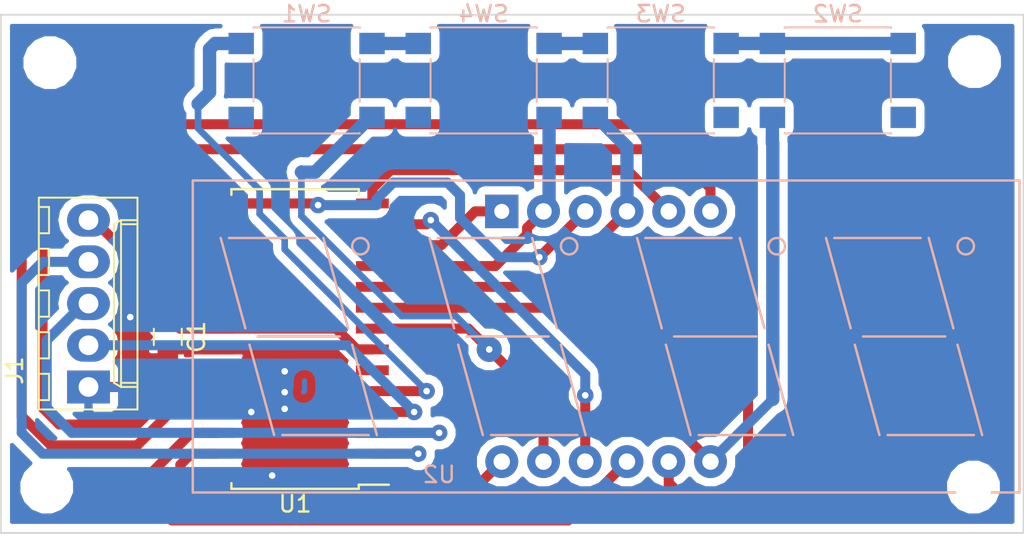
<source format=kicad_pcb>
(kicad_pcb (version 4) (host pcbnew 4.0.7-e2-6376~58~ubuntu16.04.1)

  (general
    (links 100)
    (no_connects 38)
    (area 41.5785 25.0105 104.619001 114.604696)
    (thickness 1.6)
    (drawings 4)
    (tracks 169)
    (zones 0)
    (modules 12)
    (nets 25)
  )

  (page User 148.996 224.993)
  (layers
    (0 F.Cu signal)
    (31 B.Cu signal)
    (32 B.Adhes user)
    (33 F.Adhes user)
    (34 B.Paste user)
    (35 F.Paste user)
    (36 B.SilkS user)
    (37 F.SilkS user)
    (38 B.Mask user)
    (39 F.Mask user)
    (40 Dwgs.User user)
    (41 Cmts.User user)
    (42 Eco1.User user)
    (43 Eco2.User user)
    (44 Edge.Cuts user)
    (45 Margin user)
    (46 B.CrtYd user)
    (47 F.CrtYd user)
    (48 B.Fab user)
    (49 F.Fab user)
  )

  (setup
    (last_trace_width 0.25)
    (user_trace_width 0.1524)
    (user_trace_width 0.2032)
    (user_trace_width 0.3048)
    (user_trace_width 0.4064)
    (user_trace_width 0.6096)
    (user_trace_width 0.8128)
    (user_trace_width 1.016)
    (trace_clearance 0.2)
    (zone_clearance 0.508)
    (zone_45_only no)
    (trace_min 0.1524)
    (segment_width 0.2)
    (edge_width 0.1)
    (via_size 0.6)
    (via_drill 0.4)
    (via_min_size 0.4)
    (via_min_drill 0.3)
    (user_via 0.6 0.4)
    (user_via 0.8 0.4)
    (user_via 1 0.4)
    (uvia_size 0.3)
    (uvia_drill 0.1)
    (uvias_allowed no)
    (uvia_min_size 0)
    (uvia_min_drill 0)
    (pcb_text_width 0.3)
    (pcb_text_size 1.5 1.5)
    (mod_edge_width 0.15)
    (mod_text_size 1 1)
    (mod_text_width 0.15)
    (pad_size 1.5 1.5)
    (pad_drill 0.6)
    (pad_to_mask_clearance 0)
    (aux_axis_origin 0 0)
    (visible_elements FFFFEF7F)
    (pcbplotparams
      (layerselection 0x00030_80000001)
      (usegerberextensions false)
      (excludeedgelayer true)
      (linewidth 0.100000)
      (plotframeref false)
      (viasonmask false)
      (mode 1)
      (useauxorigin false)
      (hpglpennumber 1)
      (hpglpenspeed 20)
      (hpglpendiameter 15)
      (hpglpenoverlay 2)
      (psnegative false)
      (psa4output false)
      (plotreference true)
      (plotvalue true)
      (plotinvisibletext false)
      (padsonsilk false)
      (subtractmaskfromsilk false)
      (outputformat 1)
      (mirror false)
      (drillshape 1)
      (scaleselection 1)
      (outputdirectory ""))
  )

  (net 0 "")
  (net 1 GND)
  (net 2 "Net-(J1-Pad2)")
  (net 3 "Net-(J1-Pad3)")
  (net 4 "Net-(J1-Pad4)")
  (net 5 VCC)
  (net 6 "Net-(U1-Pad6)")
  (net 7 seg_a)
  (net 8 seg_b)
  (net 9 seg_c)
  (net 10 seg_d)
  (net 11 seg_e)
  (net 12 seg_f)
  (net 13 seg_g)
  (net 14 seg_dp)
  (net 15 "Net-(U1-Pad16)")
  (net 16 "Net-(U1-Pad17)")
  (net 17 "Net-(U1-Pad18)")
  (net 18 "Net-(U1-Pad19)")
  (net 19 "Net-(U1-Pad20)")
  (net 20 dig_3)
  (net 21 dig_2)
  (net 22 dig_1)
  (net 23 dig_0)
  (net 24 K1)

  (net_class Default "This is the default net class."
    (clearance 0.2)
    (trace_width 0.25)
    (via_dia 0.6)
    (via_drill 0.4)
    (uvia_dia 0.3)
    (uvia_drill 0.1)
    (add_net GND)
    (add_net K1)
    (add_net "Net-(J1-Pad2)")
    (add_net "Net-(J1-Pad3)")
    (add_net "Net-(J1-Pad4)")
    (add_net "Net-(U1-Pad16)")
    (add_net "Net-(U1-Pad17)")
    (add_net "Net-(U1-Pad18)")
    (add_net "Net-(U1-Pad19)")
    (add_net "Net-(U1-Pad20)")
    (add_net "Net-(U1-Pad6)")
    (add_net VCC)
    (add_net dig_0)
    (add_net dig_1)
    (add_net dig_2)
    (add_net dig_3)
    (add_net seg_a)
    (add_net seg_b)
    (add_net seg_c)
    (add_net seg_d)
    (add_net seg_dp)
    (add_net seg_e)
    (add_net seg_f)
    (add_net seg_g)
  )

  (module Mounting_Holes:MountingHole_2.2mm_M2_DIN965 (layer F.Cu) (tedit 5ACC952E) (tstamp 5AD6A3A4)
    (at 101.346 54.8005)
    (descr "Mounting Hole 2.2mm, no annular, M2, DIN965")
    (tags "mounting hole 2.2mm no annular m2 din965")
    (fp_text reference "" (at 0 -2.9) (layer F.SilkS)
      (effects (font (size 1 1) (thickness 0.15)))
    )
    (fp_text value "" (at 0 2.9) (layer F.Fab)
      (effects (font (size 1 1) (thickness 0.15)))
    )
    (fp_circle (center 0 0) (end 1.9 0) (layer Cmts.User) (width 0.15))
    (fp_circle (center 0 0) (end 2.15 0) (layer F.CrtYd) (width 0.05))
    (pad 1 np_thru_hole circle (at 0 0) (size 2.2 2.2) (drill 2.2) (layers *.Cu *.Mask))
  )

  (module Mounting_Holes:MountingHole_2.2mm_M2_DIN965 (layer F.Cu) (tedit 5ACC9528) (tstamp 5AD6A396)
    (at 101.4095 28.8925)
    (descr "Mounting Hole 2.2mm, no annular, M2, DIN965")
    (tags "mounting hole 2.2mm no annular m2 din965")
    (fp_text reference "" (at 0 -2.9) (layer F.SilkS)
      (effects (font (size 1 1) (thickness 0.15)))
    )
    (fp_text value "" (at 0 2.9) (layer F.Fab)
      (effects (font (size 1 1) (thickness 0.15)))
    )
    (fp_circle (center 0 0) (end 1.9 0) (layer Cmts.User) (width 0.15))
    (fp_circle (center 0 0) (end 2.15 0) (layer F.CrtYd) (width 0.05))
    (pad 1 np_thru_hole circle (at 0 0) (size 2.2 2.2) (drill 2.2) (layers *.Cu *.Mask))
  )

  (module Mounting_Holes:MountingHole_2.2mm_M2_DIN965 (layer F.Cu) (tedit 5ACC9535) (tstamp 5AD6A37F)
    (at 44.958 54.8005)
    (descr "Mounting Hole 2.2mm, no annular, M2, DIN965")
    (tags "mounting hole 2.2mm no annular m2 din965")
    (fp_text reference "" (at 0 -2.9) (layer F.SilkS)
      (effects (font (size 1 1) (thickness 0.15)))
    )
    (fp_text value "" (at 0 2.9) (layer F.Fab)
      (effects (font (size 1 1) (thickness 0.15)))
    )
    (fp_circle (center 0 0) (end 1.9 0) (layer Cmts.User) (width 0.15))
    (fp_circle (center 0 0) (end 2.15 0) (layer F.CrtYd) (width 0.05))
    (pad 1 np_thru_hole circle (at 0 0) (size 2.2 2.2) (drill 2.2) (layers *.Cu *.Mask))
  )

  (module Connectors_Molex:Molex_KK-6410-05_05x2.54mm_Straight (layer F.Cu) (tedit 58EE6EEA) (tstamp 5A8BF7F7)
    (at 47.498 48.7045 90)
    (descr "Connector Headers with Friction Lock, 22-27-2051, http://www.molex.com/pdm_docs/sd/022272021_sd.pdf")
    (tags "connector molex kk_6410 22-27-2051")
    (path /5A85281B)
    (fp_text reference J1 (at 1 -4.5 90) (layer F.SilkS)
      (effects (font (size 1 1) (thickness 0.15)))
    )
    (fp_text value Conn_01x05 (at 3.7465 -2.032 90) (layer F.Fab)
      (effects (font (size 1 1) (thickness 0.15)))
    )
    (fp_line (start -1.47 -3.12) (end -1.47 3.08) (layer F.Fab) (width 0.12))
    (fp_line (start -1.47 3.08) (end 11.63 3.08) (layer F.Fab) (width 0.12))
    (fp_line (start 11.63 3.08) (end 11.63 -3.12) (layer F.Fab) (width 0.12))
    (fp_line (start 11.63 -3.12) (end -1.47 -3.12) (layer F.Fab) (width 0.12))
    (fp_line (start -1.37 -3.02) (end -1.37 2.98) (layer F.SilkS) (width 0.12))
    (fp_line (start -1.37 2.98) (end 11.53 2.98) (layer F.SilkS) (width 0.12))
    (fp_line (start 11.53 2.98) (end 11.53 -3.02) (layer F.SilkS) (width 0.12))
    (fp_line (start 11.53 -3.02) (end -1.37 -3.02) (layer F.SilkS) (width 0.12))
    (fp_line (start 0 2.98) (end 0 1.98) (layer F.SilkS) (width 0.12))
    (fp_line (start 0 1.98) (end 10.16 1.98) (layer F.SilkS) (width 0.12))
    (fp_line (start 10.16 1.98) (end 10.16 2.98) (layer F.SilkS) (width 0.12))
    (fp_line (start 0 1.98) (end 0.25 1.55) (layer F.SilkS) (width 0.12))
    (fp_line (start 0.25 1.55) (end 9.91 1.55) (layer F.SilkS) (width 0.12))
    (fp_line (start 9.91 1.55) (end 10.16 1.98) (layer F.SilkS) (width 0.12))
    (fp_line (start 0.25 2.98) (end 0.25 1.98) (layer F.SilkS) (width 0.12))
    (fp_line (start 9.91 2.98) (end 9.91 1.98) (layer F.SilkS) (width 0.12))
    (fp_line (start -0.8 -3.02) (end -0.8 -2.4) (layer F.SilkS) (width 0.12))
    (fp_line (start -0.8 -2.4) (end 0.8 -2.4) (layer F.SilkS) (width 0.12))
    (fp_line (start 0.8 -2.4) (end 0.8 -3.02) (layer F.SilkS) (width 0.12))
    (fp_line (start 1.74 -3.02) (end 1.74 -2.4) (layer F.SilkS) (width 0.12))
    (fp_line (start 1.74 -2.4) (end 3.34 -2.4) (layer F.SilkS) (width 0.12))
    (fp_line (start 3.34 -2.4) (end 3.34 -3.02) (layer F.SilkS) (width 0.12))
    (fp_line (start 4.28 -3.02) (end 4.28 -2.4) (layer F.SilkS) (width 0.12))
    (fp_line (start 4.28 -2.4) (end 5.88 -2.4) (layer F.SilkS) (width 0.12))
    (fp_line (start 5.88 -2.4) (end 5.88 -3.02) (layer F.SilkS) (width 0.12))
    (fp_line (start 6.82 -3.02) (end 6.82 -2.4) (layer F.SilkS) (width 0.12))
    (fp_line (start 6.82 -2.4) (end 8.42 -2.4) (layer F.SilkS) (width 0.12))
    (fp_line (start 8.42 -2.4) (end 8.42 -3.02) (layer F.SilkS) (width 0.12))
    (fp_line (start 9.36 -3.02) (end 9.36 -2.4) (layer F.SilkS) (width 0.12))
    (fp_line (start 9.36 -2.4) (end 10.96 -2.4) (layer F.SilkS) (width 0.12))
    (fp_line (start 10.96 -2.4) (end 10.96 -3.02) (layer F.SilkS) (width 0.12))
    (fp_line (start -1.9 3.5) (end -1.9 -3.55) (layer F.CrtYd) (width 0.05))
    (fp_line (start -1.9 -3.55) (end 12.05 -3.55) (layer F.CrtYd) (width 0.05))
    (fp_line (start 12.05 -3.55) (end 12.05 3.5) (layer F.CrtYd) (width 0.05))
    (fp_line (start 12.05 3.5) (end -1.9 3.5) (layer F.CrtYd) (width 0.05))
    (fp_text user %R (at 5.08 0 90) (layer F.Fab)
      (effects (font (size 1 1) (thickness 0.15)))
    )
    (pad 1 thru_hole rect (at 0 0 90) (size 2 2.6) (drill 1.2) (layers *.Cu *.Mask)
      (net 1 GND))
    (pad 2 thru_hole oval (at 2.54 0 90) (size 2 2.6) (drill 1.2) (layers *.Cu *.Mask)
      (net 2 "Net-(J1-Pad2)"))
    (pad 3 thru_hole oval (at 5.08 0 90) (size 2 2.6) (drill 1.2) (layers *.Cu *.Mask)
      (net 3 "Net-(J1-Pad3)"))
    (pad 4 thru_hole oval (at 7.62 0 90) (size 2 2.6) (drill 1.2) (layers *.Cu *.Mask)
      (net 4 "Net-(J1-Pad4)"))
    (pad 5 thru_hole oval (at 10.16 0 90) (size 2 2.6) (drill 1.2) (layers *.Cu *.Mask)
      (net 5 VCC))
    (model ${KISYS3DMOD}/Connectors_Molex.3dshapes/Molex_KK-6410-05_05x2.54mm_Straight.wrl
      (at (xyz 0 0 0))
      (scale (xyz 1 1 1))
      (rotate (xyz 0 0 0))
    )
  )

  (module Housings_SOIC:SOIC-28W_7.5x17.9mm_Pitch1.27mm (layer F.Cu) (tedit 58CC8F64) (tstamp 5A8BF828)
    (at 60.07 45.7835 180)
    (descr "28-Lead Plastic Small Outline (SO) - Wide, 7.50 mm Body [SOIC] (see Microchip Packaging Specification 00000049BS.pdf)")
    (tags "SOIC 1.27")
    (path /5A8AA23E)
    (attr smd)
    (fp_text reference U1 (at 0 -10.05 180) (layer F.SilkS)
      (effects (font (size 1 1) (thickness 0.15)))
    )
    (fp_text value TM1628 (at 0 10.05 180) (layer F.Fab)
      (effects (font (size 1 1) (thickness 0.15)))
    )
    (fp_text user %R (at 0 0 180) (layer F.Fab)
      (effects (font (size 1 1) (thickness 0.15)))
    )
    (fp_line (start -2.75 -8.95) (end 3.75 -8.95) (layer F.Fab) (width 0.15))
    (fp_line (start 3.75 -8.95) (end 3.75 8.95) (layer F.Fab) (width 0.15))
    (fp_line (start 3.75 8.95) (end -3.75 8.95) (layer F.Fab) (width 0.15))
    (fp_line (start -3.75 8.95) (end -3.75 -7.95) (layer F.Fab) (width 0.15))
    (fp_line (start -3.75 -7.95) (end -2.75 -8.95) (layer F.Fab) (width 0.15))
    (fp_line (start -5.95 -9.3) (end -5.95 9.3) (layer F.CrtYd) (width 0.05))
    (fp_line (start 5.95 -9.3) (end 5.95 9.3) (layer F.CrtYd) (width 0.05))
    (fp_line (start -5.95 -9.3) (end 5.95 -9.3) (layer F.CrtYd) (width 0.05))
    (fp_line (start -5.95 9.3) (end 5.95 9.3) (layer F.CrtYd) (width 0.05))
    (fp_line (start -3.875 -9.125) (end -3.875 -8.875) (layer F.SilkS) (width 0.15))
    (fp_line (start 3.875 -9.125) (end 3.875 -8.78) (layer F.SilkS) (width 0.15))
    (fp_line (start 3.875 9.125) (end 3.875 8.78) (layer F.SilkS) (width 0.15))
    (fp_line (start -3.875 9.125) (end -3.875 8.78) (layer F.SilkS) (width 0.15))
    (fp_line (start -3.875 -9.125) (end 3.875 -9.125) (layer F.SilkS) (width 0.15))
    (fp_line (start -3.875 9.125) (end 3.875 9.125) (layer F.SilkS) (width 0.15))
    (fp_line (start -3.875 -8.875) (end -5.7 -8.875) (layer F.SilkS) (width 0.15))
    (pad 1 smd rect (at -4.7 -8.255 180) (size 2 0.6) (layers F.Cu F.Paste F.Mask))
    (pad 2 smd rect (at -4.7 -6.985 180) (size 2 0.6) (layers F.Cu F.Paste F.Mask)
      (net 4 "Net-(J1-Pad4)"))
    (pad 3 smd rect (at -4.7 -5.715 180) (size 2 0.6) (layers F.Cu F.Paste F.Mask)
      (net 3 "Net-(J1-Pad3)"))
    (pad 4 smd rect (at -4.7 -4.445 180) (size 2 0.6) (layers F.Cu F.Paste F.Mask)
      (net 2 "Net-(J1-Pad2)"))
    (pad 5 smd rect (at -4.7 -3.175 180) (size 2 0.6) (layers F.Cu F.Paste F.Mask)
      (net 24 K1))
    (pad 6 smd rect (at -4.7 -1.905 180) (size 2 0.6) (layers F.Cu F.Paste F.Mask)
      (net 6 "Net-(U1-Pad6)"))
    (pad 7 smd rect (at -4.7 -0.635 180) (size 2 0.6) (layers F.Cu F.Paste F.Mask)
      (net 5 VCC))
    (pad 8 smd rect (at -4.7 0.635 180) (size 2 0.6) (layers F.Cu F.Paste F.Mask)
      (net 7 seg_a))
    (pad 9 smd rect (at -4.7 1.905 180) (size 2 0.6) (layers F.Cu F.Paste F.Mask)
      (net 8 seg_b))
    (pad 10 smd rect (at -4.7 3.175 180) (size 2 0.6) (layers F.Cu F.Paste F.Mask)
      (net 9 seg_c))
    (pad 11 smd rect (at -4.7 4.445 180) (size 2 0.6) (layers F.Cu F.Paste F.Mask)
      (net 10 seg_d))
    (pad 12 smd rect (at -4.7 5.715 180) (size 2 0.6) (layers F.Cu F.Paste F.Mask)
      (net 11 seg_e))
    (pad 13 smd rect (at -4.7 6.985 180) (size 2 0.6) (layers F.Cu F.Paste F.Mask)
      (net 12 seg_f))
    (pad 14 smd rect (at -4.7 8.255 180) (size 2 0.6) (layers F.Cu F.Paste F.Mask)
      (net 13 seg_g))
    (pad 15 smd rect (at 4.7 8.255 180) (size 2 0.6) (layers F.Cu F.Paste F.Mask)
      (net 14 seg_dp))
    (pad 16 smd rect (at 4.7 6.985 180) (size 2 0.6) (layers F.Cu F.Paste F.Mask)
      (net 15 "Net-(U1-Pad16)"))
    (pad 17 smd rect (at 4.7 5.715 180) (size 2 0.6) (layers F.Cu F.Paste F.Mask)
      (net 16 "Net-(U1-Pad17)"))
    (pad 18 smd rect (at 4.7 4.445 180) (size 2 0.6) (layers F.Cu F.Paste F.Mask)
      (net 17 "Net-(U1-Pad18)"))
    (pad 19 smd rect (at 4.7 3.175 180) (size 2 0.6) (layers F.Cu F.Paste F.Mask)
      (net 18 "Net-(U1-Pad19)"))
    (pad 20 smd rect (at 4.7 1.905 180) (size 2 0.6) (layers F.Cu F.Paste F.Mask)
      (net 19 "Net-(U1-Pad20)"))
    (pad 21 smd rect (at 4.7 0.635 180) (size 2 0.6) (layers F.Cu F.Paste F.Mask)
      (net 5 VCC))
    (pad 22 smd rect (at 4.7 -0.635 180) (size 2 0.6) (layers F.Cu F.Paste F.Mask)
      (net 1 GND))
    (pad 23 smd rect (at 4.7 -1.905 180) (size 2 0.6) (layers F.Cu F.Paste F.Mask)
      (net 20 dig_3))
    (pad 24 smd rect (at 4.7 -3.175 180) (size 2 0.6) (layers F.Cu F.Paste F.Mask)
      (net 21 dig_2))
    (pad 25 smd rect (at 4.7 -4.445 180) (size 2 0.6) (layers F.Cu F.Paste F.Mask)
      (net 1 GND))
    (pad 26 smd rect (at 4.7 -5.715 180) (size 2 0.6) (layers F.Cu F.Paste F.Mask)
      (net 22 dig_1))
    (pad 27 smd rect (at 4.7 -6.985 180) (size 2 0.6) (layers F.Cu F.Paste F.Mask)
      (net 23 dig_0))
    (pad 28 smd rect (at 4.7 -8.255 180) (size 2 0.6) (layers F.Cu F.Paste F.Mask)
      (net 1 GND))
    (model ${KISYS3DMOD}/Housings_SOIC.3dshapes/SOIC-28W_7.5x17.9mm_Pitch1.27mm.wrl
      (at (xyz 0 0 0))
      (scale (xyz 1 1 1))
      (rotate (xyz 0 0 0))
    )
  )

  (module Displays_7-Segment:Cx56-12 (layer B.Cu) (tedit 557ED01E) (tstamp 5A8BF860)
    (at 72.644 38.0111)
    (descr "4x7-segments, 14 mm, Kingbright CA56-12 and CC56-12 displays")
    (tags "7-segments display")
    (path /5A8516ED)
    (fp_text reference U2 (at -3.81 16.0274) (layer B.SilkS)
      (effects (font (size 1 1) (thickness 0.15)) (justify mirror))
    )
    (fp_text value CA56-12EWA (at 6.35 -3.38) (layer B.Fab)
      (effects (font (size 1 1) (thickness 0.15)) (justify mirror))
    )
    (fp_line (start 31.75 -2.15) (end -19.05 -2.15) (layer B.CrtYd) (width 0.05))
    (fp_line (start 31.75 17.35) (end 31.75 -2.15) (layer B.CrtYd) (width 0.05))
    (fp_line (start -19.05 17.35) (end 31.75 17.35) (layer B.CrtYd) (width 0.05))
    (fp_line (start -19.05 -2.15) (end -19.05 17.35) (layer B.CrtYd) (width 0.05))
    (fp_line (start 31.5 -1.88) (end -18.8 -1.88) (layer B.SilkS) (width 0.15))
    (fp_line (start -18.8 -1.88) (end -18.8 17.12) (layer B.SilkS) (width 0.15))
    (fp_line (start -18.8 17.12) (end 31.5 17.12) (layer B.SilkS) (width 0.15))
    (fp_line (start 31.5 17.12) (end 31.5 -1.88) (layer B.SilkS) (width 0.15))
    (fp_line (start 21.98 7.62) (end 26.98 7.62) (layer B.SilkS) (width 0.15))
    (fp_line (start 20.23 1.62) (end 25.48 1.62) (layer B.SilkS) (width 0.15))
    (fp_line (start 27.73 8.12) (end 29.23 13.62) (layer B.SilkS) (width 0.15))
    (fp_line (start 25.98 1.62) (end 27.48 7.12) (layer B.SilkS) (width 0.15))
    (fp_line (start 21.48 8.12) (end 22.98 13.62) (layer B.SilkS) (width 0.15))
    (fp_line (start 19.73 1.62) (end 21.23 7.12) (layer B.SilkS) (width 0.15))
    (fp_line (start 23.48 13.62) (end 28.73 13.62) (layer B.SilkS) (width 0.15))
    (fp_line (start -14.85 7.62) (end -9.85 7.62) (layer B.SilkS) (width 0.15))
    (fp_line (start -16.6 1.62) (end -11.35 1.62) (layer B.SilkS) (width 0.15))
    (fp_line (start -9.1 8.12) (end -7.6 13.62) (layer B.SilkS) (width 0.15))
    (fp_line (start -10.85 1.62) (end -9.35 7.12) (layer B.SilkS) (width 0.15))
    (fp_line (start -15.35 8.12) (end -13.85 13.62) (layer B.SilkS) (width 0.15))
    (fp_line (start -17.1 1.62) (end -15.6 7.12) (layer B.SilkS) (width 0.15))
    (fp_line (start -13.35 13.62) (end -8.1 13.62) (layer B.SilkS) (width 0.15))
    (fp_line (start -0.65 13.62) (end 4.6 13.62) (layer B.SilkS) (width 0.15))
    (fp_line (start -4.4 1.62) (end -2.9 7.12) (layer B.SilkS) (width 0.15))
    (fp_line (start -2.65 8.12) (end -1.15 13.62) (layer B.SilkS) (width 0.15))
    (fp_line (start 1.85 1.62) (end 3.35 7.12) (layer B.SilkS) (width 0.15))
    (fp_line (start 3.6 8.12) (end 5.1 13.62) (layer B.SilkS) (width 0.15))
    (fp_line (start -3.9 1.62) (end 1.35 1.62) (layer B.SilkS) (width 0.15))
    (fp_line (start -2.15 7.62) (end 2.85 7.62) (layer B.SilkS) (width 0.15))
    (fp_line (start 16.235 8.12) (end 17.735 13.62) (layer B.SilkS) (width 0.15))
    (fp_line (start 11.985 13.62) (end 17.235 13.62) (layer B.SilkS) (width 0.15))
    (fp_line (start 9.985 8.12) (end 11.485 13.62) (layer B.SilkS) (width 0.15))
    (fp_line (start 10.485 7.62) (end 15.485 7.62) (layer B.SilkS) (width 0.15))
    (fp_line (start 8.735 1.62) (end 13.985 1.62) (layer B.SilkS) (width 0.15))
    (fp_line (start 8.235 1.62) (end 9.735 7.12) (layer B.SilkS) (width 0.15))
    (fp_line (start 14.485 1.62) (end 15.985 7.12) (layer B.SilkS) (width 0.15))
    (fp_circle (center 28.23 2.12) (end 28.23 1.62) (layer B.SilkS) (width 0.15))
    (fp_circle (center -8.6 2.12) (end -8.6 1.62) (layer B.SilkS) (width 0.15))
    (fp_circle (center 16.735 2.12) (end 16.735 1.62) (layer B.SilkS) (width 0.15))
    (fp_circle (center 4.1 2.12) (end 4.1 1.62) (layer B.SilkS) (width 0.15))
    (pad 1 thru_hole rect (at 0 0) (size 2.032 2.032) (drill 0.9144) (layers *.Cu *.Mask)
      (net 11 seg_e))
    (pad 2 thru_hole circle (at 2.54 0) (size 2 2) (drill 1) (layers *.Cu *.Mask)
      (net 10 seg_d))
    (pad 3 thru_hole circle (at 5.08 0) (size 2 2) (drill 1) (layers *.Cu *.Mask)
      (net 14 seg_dp))
    (pad 4 thru_hole circle (at 7.62 0) (size 2 2) (drill 1) (layers *.Cu *.Mask)
      (net 9 seg_c))
    (pad 5 thru_hole circle (at 10.16 0) (size 2 2) (drill 1) (layers *.Cu *.Mask)
      (net 13 seg_g))
    (pad 6 thru_hole circle (at 12.7 0) (size 2 2) (drill 1) (layers *.Cu *.Mask)
      (net 20 dig_3))
    (pad 9 thru_hole circle (at 7.62 15.24) (size 2 2) (drill 1) (layers *.Cu *.Mask)
      (net 22 dig_1))
    (pad 8 thru_hole circle (at 10.16 15.24) (size 2 2) (drill 1) (layers *.Cu *.Mask)
      (net 21 dig_2))
    (pad 12 thru_hole circle (at 0 15.24) (size 2 2) (drill 1) (layers *.Cu *.Mask)
      (net 23 dig_0))
    (pad 11 thru_hole circle (at 2.54 15.24) (size 2 2) (drill 1) (layers *.Cu *.Mask)
      (net 7 seg_a))
    (pad 7 thru_hole circle (at 12.7 15.24) (size 2 2) (drill 1) (layers *.Cu *.Mask)
      (net 8 seg_b))
    (pad 10 thru_hole circle (at 5.08 15.24) (size 2 2) (drill 1) (layers *.Cu *.Mask)
      (net 12 seg_f))
    (model Displays_7-Segment.3dshapes/CA56-12CGKWA.wrl
      (at (xyz 0 0 0))
      (scale (xyz 1 1 1))
      (rotate (xyz 0 0 -90))
    )
  )

  (module Capacitors_SMD:C_0805_HandSoldering (layer F.Cu) (tedit 58AA84A8) (tstamp 5ACB5348)
    (at 52.324 45.6565 270)
    (descr "Capacitor SMD 0805, hand soldering")
    (tags "capacitor 0805")
    (path /5ACB50D4)
    (attr smd)
    (fp_text reference C1 (at 0 -1.75 270) (layer F.SilkS)
      (effects (font (size 1 1) (thickness 0.15)))
    )
    (fp_text value 0.1 (at 0 1.75 270) (layer F.Fab)
      (effects (font (size 1 1) (thickness 0.15)))
    )
    (fp_text user %R (at 0 -1.75 270) (layer F.Fab)
      (effects (font (size 1 1) (thickness 0.15)))
    )
    (fp_line (start -1 0.62) (end -1 -0.62) (layer F.Fab) (width 0.1))
    (fp_line (start 1 0.62) (end -1 0.62) (layer F.Fab) (width 0.1))
    (fp_line (start 1 -0.62) (end 1 0.62) (layer F.Fab) (width 0.1))
    (fp_line (start -1 -0.62) (end 1 -0.62) (layer F.Fab) (width 0.1))
    (fp_line (start 0.5 -0.85) (end -0.5 -0.85) (layer F.SilkS) (width 0.12))
    (fp_line (start -0.5 0.85) (end 0.5 0.85) (layer F.SilkS) (width 0.12))
    (fp_line (start -2.25 -0.88) (end 2.25 -0.88) (layer F.CrtYd) (width 0.05))
    (fp_line (start -2.25 -0.88) (end -2.25 0.87) (layer F.CrtYd) (width 0.05))
    (fp_line (start 2.25 0.87) (end 2.25 -0.88) (layer F.CrtYd) (width 0.05))
    (fp_line (start 2.25 0.87) (end -2.25 0.87) (layer F.CrtYd) (width 0.05))
    (pad 1 smd rect (at -1.25 0 270) (size 1.5 1.25) (layers F.Cu F.Paste F.Mask)
      (net 5 VCC))
    (pad 2 smd rect (at 1.25 0 270) (size 1.5 1.25) (layers F.Cu F.Paste F.Mask)
      (net 1 GND))
    (model Capacitors_SMD.3dshapes/C_0805.wrl
      (at (xyz 0 0 0))
      (scale (xyz 1 1 1))
      (rotate (xyz 0 0 0))
    )
  )

  (module Mounting_Holes:MountingHole_2.2mm_M2_DIN965 (layer F.Cu) (tedit 5ACC9521) (tstamp 5AD6A358)
    (at 45.1485 28.956)
    (descr "Mounting Hole 2.2mm, no annular, M2, DIN965")
    (tags "mounting hole 2.2mm no annular m2 din965")
    (fp_text reference "" (at 0 -2.9) (layer F.SilkS)
      (effects (font (size 1 1) (thickness 0.15)))
    )
    (fp_text value "" (at 0 2.9) (layer F.Fab)
      (effects (font (size 1 1) (thickness 0.15)))
    )
    (fp_circle (center 0 0) (end 1.9 0) (layer Cmts.User) (width 0.15))
    (fp_circle (center 0 0) (end 2.15 0) (layer F.CrtYd) (width 0.05))
    (pad 1 np_thru_hole circle (at 0 0) (size 2.2 2.2) (drill 2.2) (layers *.Cu *.Mask))
  )

  (module Buttons_Switches_SMD:SW_SPST_PTS645 (layer B.Cu) (tedit 58724A80) (tstamp 5ACD3F84)
    (at 60.7695 30.0355 180)
    (descr "C&K Components SPST SMD PTS645 Series 6mm Tact Switch")
    (tags "SPST Button Switch")
    (path /5ACCF991)
    (attr smd)
    (fp_text reference SW1 (at 0 4.05 180) (layer B.SilkS)
      (effects (font (size 1 1) (thickness 0.15)) (justify mirror))
    )
    (fp_text value SW_Push (at 0 -4.15 180) (layer B.Fab)
      (effects (font (size 1 1) (thickness 0.15)) (justify mirror))
    )
    (fp_text user %R (at 0 4.05 180) (layer B.Fab)
      (effects (font (size 1 1) (thickness 0.15)) (justify mirror))
    )
    (fp_line (start -3 3) (end -3 -3) (layer B.Fab) (width 0.1))
    (fp_line (start -3 -3) (end 3 -3) (layer B.Fab) (width 0.1))
    (fp_line (start 3 -3) (end 3 3) (layer B.Fab) (width 0.1))
    (fp_line (start 3 3) (end -3 3) (layer B.Fab) (width 0.1))
    (fp_line (start 5.05 -3.4) (end 5.05 3.4) (layer B.CrtYd) (width 0.05))
    (fp_line (start -5.05 3.4) (end -5.05 -3.4) (layer B.CrtYd) (width 0.05))
    (fp_line (start -5.05 -3.4) (end 5.05 -3.4) (layer B.CrtYd) (width 0.05))
    (fp_line (start -5.05 3.4) (end 5.05 3.4) (layer B.CrtYd) (width 0.05))
    (fp_line (start 3.23 3.23) (end 3.23 3.2) (layer B.SilkS) (width 0.12))
    (fp_line (start 3.23 -3.23) (end 3.23 -3.2) (layer B.SilkS) (width 0.12))
    (fp_line (start -3.23 -3.23) (end -3.23 -3.2) (layer B.SilkS) (width 0.12))
    (fp_line (start -3.23 3.2) (end -3.23 3.23) (layer B.SilkS) (width 0.12))
    (fp_line (start 3.23 1.3) (end 3.23 -1.3) (layer B.SilkS) (width 0.12))
    (fp_line (start -3.23 3.23) (end 3.23 3.23) (layer B.SilkS) (width 0.12))
    (fp_line (start -3.23 1.3) (end -3.23 -1.3) (layer B.SilkS) (width 0.12))
    (fp_line (start -3.23 -3.23) (end 3.23 -3.23) (layer B.SilkS) (width 0.12))
    (fp_circle (center 0 0) (end 1.75 0.05) (layer B.Fab) (width 0.1))
    (pad 2 smd rect (at -3.98 -2.25 180) (size 1.55 1.3) (layers B.Cu B.Paste B.Mask)
      (net 7 seg_a))
    (pad 1 smd rect (at -3.98 2.25 180) (size 1.55 1.3) (layers B.Cu B.Paste B.Mask)
      (net 24 K1))
    (pad 1 smd rect (at 3.98 2.25 180) (size 1.55 1.3) (layers B.Cu B.Paste B.Mask)
      (net 24 K1))
    (pad 2 smd rect (at 3.98 -2.25 180) (size 1.55 1.3) (layers B.Cu B.Paste B.Mask)
      (net 7 seg_a))
    (model ${KISYS3DMOD}/Buttons_Switches_SMD.3dshapes/SW_SPST_PTS645.wrl
      (at (xyz 0 0 0))
      (scale (xyz 1 1 1))
      (rotate (xyz 0 0 0))
    )
  )

  (module Buttons_Switches_SMD:SW_SPST_PTS645 (layer B.Cu) (tedit 58724A80) (tstamp 5ACD3F9E)
    (at 93.090999 30.0355 180)
    (descr "C&K Components SPST SMD PTS645 Series 6mm Tact Switch")
    (tags "SPST Button Switch")
    (path /5ACCFA12)
    (attr smd)
    (fp_text reference SW2 (at 0 4.05 180) (layer B.SilkS)
      (effects (font (size 1 1) (thickness 0.15)) (justify mirror))
    )
    (fp_text value SW_Push (at 0 -4.15 180) (layer B.Fab)
      (effects (font (size 1 1) (thickness 0.15)) (justify mirror))
    )
    (fp_text user %R (at 0 4.05 180) (layer B.Fab)
      (effects (font (size 1 1) (thickness 0.15)) (justify mirror))
    )
    (fp_line (start -3 3) (end -3 -3) (layer B.Fab) (width 0.1))
    (fp_line (start -3 -3) (end 3 -3) (layer B.Fab) (width 0.1))
    (fp_line (start 3 -3) (end 3 3) (layer B.Fab) (width 0.1))
    (fp_line (start 3 3) (end -3 3) (layer B.Fab) (width 0.1))
    (fp_line (start 5.05 -3.4) (end 5.05 3.4) (layer B.CrtYd) (width 0.05))
    (fp_line (start -5.05 3.4) (end -5.05 -3.4) (layer B.CrtYd) (width 0.05))
    (fp_line (start -5.05 -3.4) (end 5.05 -3.4) (layer B.CrtYd) (width 0.05))
    (fp_line (start -5.05 3.4) (end 5.05 3.4) (layer B.CrtYd) (width 0.05))
    (fp_line (start 3.23 3.23) (end 3.23 3.2) (layer B.SilkS) (width 0.12))
    (fp_line (start 3.23 -3.23) (end 3.23 -3.2) (layer B.SilkS) (width 0.12))
    (fp_line (start -3.23 -3.23) (end -3.23 -3.2) (layer B.SilkS) (width 0.12))
    (fp_line (start -3.23 3.2) (end -3.23 3.23) (layer B.SilkS) (width 0.12))
    (fp_line (start 3.23 1.3) (end 3.23 -1.3) (layer B.SilkS) (width 0.12))
    (fp_line (start -3.23 3.23) (end 3.23 3.23) (layer B.SilkS) (width 0.12))
    (fp_line (start -3.23 1.3) (end -3.23 -1.3) (layer B.SilkS) (width 0.12))
    (fp_line (start -3.23 -3.23) (end 3.23 -3.23) (layer B.SilkS) (width 0.12))
    (fp_circle (center 0 0) (end 1.75 0.05) (layer B.Fab) (width 0.1))
    (pad 2 smd rect (at -3.98 -2.25 180) (size 1.55 1.3) (layers B.Cu B.Paste B.Mask)
      (net 8 seg_b))
    (pad 1 smd rect (at -3.98 2.25 180) (size 1.55 1.3) (layers B.Cu B.Paste B.Mask)
      (net 24 K1))
    (pad 1 smd rect (at 3.98 2.25 180) (size 1.55 1.3) (layers B.Cu B.Paste B.Mask)
      (net 24 K1))
    (pad 2 smd rect (at 3.98 -2.25 180) (size 1.55 1.3) (layers B.Cu B.Paste B.Mask)
      (net 8 seg_b))
    (model ${KISYS3DMOD}/Buttons_Switches_SMD.3dshapes/SW_SPST_PTS645.wrl
      (at (xyz 0 0 0))
      (scale (xyz 1 1 1))
      (rotate (xyz 0 0 0))
    )
  )

  (module Buttons_Switches_SMD:SW_SPST_PTS645 (layer B.Cu) (tedit 58724A80) (tstamp 5ACD3FB8)
    (at 82.317166 30.0355 180)
    (descr "C&K Components SPST SMD PTS645 Series 6mm Tact Switch")
    (tags "SPST Button Switch")
    (path /5ACCFA4E)
    (attr smd)
    (fp_text reference SW3 (at 0 4.05 180) (layer B.SilkS)
      (effects (font (size 1 1) (thickness 0.15)) (justify mirror))
    )
    (fp_text value SW_Push (at 0 -4.15 180) (layer B.Fab)
      (effects (font (size 1 1) (thickness 0.15)) (justify mirror))
    )
    (fp_text user %R (at 0 4.05 180) (layer B.Fab)
      (effects (font (size 1 1) (thickness 0.15)) (justify mirror))
    )
    (fp_line (start -3 3) (end -3 -3) (layer B.Fab) (width 0.1))
    (fp_line (start -3 -3) (end 3 -3) (layer B.Fab) (width 0.1))
    (fp_line (start 3 -3) (end 3 3) (layer B.Fab) (width 0.1))
    (fp_line (start 3 3) (end -3 3) (layer B.Fab) (width 0.1))
    (fp_line (start 5.05 -3.4) (end 5.05 3.4) (layer B.CrtYd) (width 0.05))
    (fp_line (start -5.05 3.4) (end -5.05 -3.4) (layer B.CrtYd) (width 0.05))
    (fp_line (start -5.05 -3.4) (end 5.05 -3.4) (layer B.CrtYd) (width 0.05))
    (fp_line (start -5.05 3.4) (end 5.05 3.4) (layer B.CrtYd) (width 0.05))
    (fp_line (start 3.23 3.23) (end 3.23 3.2) (layer B.SilkS) (width 0.12))
    (fp_line (start 3.23 -3.23) (end 3.23 -3.2) (layer B.SilkS) (width 0.12))
    (fp_line (start -3.23 -3.23) (end -3.23 -3.2) (layer B.SilkS) (width 0.12))
    (fp_line (start -3.23 3.2) (end -3.23 3.23) (layer B.SilkS) (width 0.12))
    (fp_line (start 3.23 1.3) (end 3.23 -1.3) (layer B.SilkS) (width 0.12))
    (fp_line (start -3.23 3.23) (end 3.23 3.23) (layer B.SilkS) (width 0.12))
    (fp_line (start -3.23 1.3) (end -3.23 -1.3) (layer B.SilkS) (width 0.12))
    (fp_line (start -3.23 -3.23) (end 3.23 -3.23) (layer B.SilkS) (width 0.12))
    (fp_circle (center 0 0) (end 1.75 0.05) (layer B.Fab) (width 0.1))
    (pad 2 smd rect (at -3.98 -2.25 180) (size 1.55 1.3) (layers B.Cu B.Paste B.Mask)
      (net 9 seg_c))
    (pad 1 smd rect (at -3.98 2.25 180) (size 1.55 1.3) (layers B.Cu B.Paste B.Mask)
      (net 24 K1))
    (pad 1 smd rect (at 3.98 2.25 180) (size 1.55 1.3) (layers B.Cu B.Paste B.Mask)
      (net 24 K1))
    (pad 2 smd rect (at 3.98 -2.25 180) (size 1.55 1.3) (layers B.Cu B.Paste B.Mask)
      (net 9 seg_c))
    (model ${KISYS3DMOD}/Buttons_Switches_SMD.3dshapes/SW_SPST_PTS645.wrl
      (at (xyz 0 0 0))
      (scale (xyz 1 1 1))
      (rotate (xyz 0 0 0))
    )
  )

  (module Buttons_Switches_SMD:SW_SPST_PTS645 (layer B.Cu) (tedit 58724A80) (tstamp 5ACD3FD2)
    (at 71.543333 30.0355 180)
    (descr "C&K Components SPST SMD PTS645 Series 6mm Tact Switch")
    (tags "SPST Button Switch")
    (path /5ACCFA8D)
    (attr smd)
    (fp_text reference SW4 (at 0 4.05 180) (layer B.SilkS)
      (effects (font (size 1 1) (thickness 0.15)) (justify mirror))
    )
    (fp_text value SW_Push (at 0 -4.15 180) (layer B.Fab)
      (effects (font (size 1 1) (thickness 0.15)) (justify mirror))
    )
    (fp_text user %R (at 0 4.05 180) (layer B.Fab)
      (effects (font (size 1 1) (thickness 0.15)) (justify mirror))
    )
    (fp_line (start -3 3) (end -3 -3) (layer B.Fab) (width 0.1))
    (fp_line (start -3 -3) (end 3 -3) (layer B.Fab) (width 0.1))
    (fp_line (start 3 -3) (end 3 3) (layer B.Fab) (width 0.1))
    (fp_line (start 3 3) (end -3 3) (layer B.Fab) (width 0.1))
    (fp_line (start 5.05 -3.4) (end 5.05 3.4) (layer B.CrtYd) (width 0.05))
    (fp_line (start -5.05 3.4) (end -5.05 -3.4) (layer B.CrtYd) (width 0.05))
    (fp_line (start -5.05 -3.4) (end 5.05 -3.4) (layer B.CrtYd) (width 0.05))
    (fp_line (start -5.05 3.4) (end 5.05 3.4) (layer B.CrtYd) (width 0.05))
    (fp_line (start 3.23 3.23) (end 3.23 3.2) (layer B.SilkS) (width 0.12))
    (fp_line (start 3.23 -3.23) (end 3.23 -3.2) (layer B.SilkS) (width 0.12))
    (fp_line (start -3.23 -3.23) (end -3.23 -3.2) (layer B.SilkS) (width 0.12))
    (fp_line (start -3.23 3.2) (end -3.23 3.23) (layer B.SilkS) (width 0.12))
    (fp_line (start 3.23 1.3) (end 3.23 -1.3) (layer B.SilkS) (width 0.12))
    (fp_line (start -3.23 3.23) (end 3.23 3.23) (layer B.SilkS) (width 0.12))
    (fp_line (start -3.23 1.3) (end -3.23 -1.3) (layer B.SilkS) (width 0.12))
    (fp_line (start -3.23 -3.23) (end 3.23 -3.23) (layer B.SilkS) (width 0.12))
    (fp_circle (center 0 0) (end 1.75 0.05) (layer B.Fab) (width 0.1))
    (pad 2 smd rect (at -3.98 -2.25 180) (size 1.55 1.3) (layers B.Cu B.Paste B.Mask)
      (net 10 seg_d))
    (pad 1 smd rect (at -3.98 2.25 180) (size 1.55 1.3) (layers B.Cu B.Paste B.Mask)
      (net 24 K1))
    (pad 1 smd rect (at 3.98 2.25 180) (size 1.55 1.3) (layers B.Cu B.Paste B.Mask)
      (net 24 K1))
    (pad 2 smd rect (at 3.98 -2.25 180) (size 1.55 1.3) (layers B.Cu B.Paste B.Mask)
      (net 10 seg_d))
    (model ${KISYS3DMOD}/Buttons_Switches_SMD.3dshapes/SW_SPST_PTS645.wrl
      (at (xyz 0 0 0))
      (scale (xyz 1 1 1))
      (rotate (xyz 0 0 0))
    )
  )

  (gr_line (start 42.164 57.5945) (end 42.164 26.035) (layer Edge.Cuts) (width 0.1))
  (gr_line (start 104.394 57.5945) (end 42.164 57.5945) (layer Edge.Cuts) (width 0.1))
  (gr_line (start 104.394 26.035) (end 104.394 57.5945) (layer Edge.Cuts) (width 0.1))
  (gr_line (start 42.164 26.035) (end 104.394 26.035) (layer Edge.Cuts) (width 0.1))

  (segment (start 60.6425 48.3235) (end 60.6425 48.9585) (width 0.3048) (layer B.Cu) (net 0))
  (segment (start 60.6425 48.9585) (end 60.579 49.022) (width 0.3048) (layer B.Cu) (net 0))
  (segment (start 50.038 48.7045) (end 50.526 48.7045) (width 0.6096) (layer F.Cu) (net 1))
  (segment (start 47.498 48.7045) (end 50.038 48.7045) (width 0.6096) (layer F.Cu) (net 1))
  (segment (start 50.038 48.7045) (end 50.038 44.45) (width 0.25) (layer F.Cu) (net 1))
  (via (at 50.038 44.45) (size 0.6) (drill 0.4) (layers F.Cu B.Cu) (net 1))
  (segment (start 59.436 50.038) (end 59.436 53.34) (width 0.25) (layer F.Cu) (net 1))
  (segment (start 59.436 53.34) (end 58.674 54.102) (width 0.25) (layer F.Cu) (net 1))
  (via (at 58.674 54.102) (size 0.6) (drill 0.4) (layers F.Cu B.Cu) (net 1))
  (segment (start 59.436 49.022) (end 59.436 50.038) (width 0.25) (layer F.Cu) (net 1))
  (via (at 59.436 50.038) (size 0.6) (drill 0.4) (layers F.Cu B.Cu) (net 1))
  (segment (start 59.436 47.752) (end 59.436 49.022) (width 0.25) (layer B.Cu) (net 1))
  (via (at 59.436 49.022) (size 0.6) (drill 0.4) (layers F.Cu B.Cu) (net 1))
  (segment (start 57.404 50.2285) (end 57.404 49.784) (width 0.25) (layer F.Cu) (net 1))
  (segment (start 57.404 49.784) (end 59.436 47.752) (width 0.25) (layer F.Cu) (net 1))
  (via (at 59.436 47.752) (size 0.6) (drill 0.4) (layers F.Cu B.Cu) (net 1))
  (segment (start 55.37 50.2285) (end 57.404 50.2285) (width 0.25) (layer F.Cu) (net 1))
  (via (at 57.404 50.2285) (size 0.6) (drill 0.4) (layers F.Cu B.Cu) (net 1))
  (segment (start 57.912 49.7205) (end 57.404 50.2285) (width 0.6096) (layer F.Cu) (net 1))
  (segment (start 58.166 49.4665) (end 57.912 49.7205) (width 0.6096) (layer F.Cu) (net 1))
  (segment (start 57.662809 54.033691) (end 55.37 54.033691) (width 0.6096) (layer F.Cu) (net 1))
  (segment (start 57.912 49.7205) (end 57.912 53.7845) (width 0.6096) (layer F.Cu) (net 1))
  (segment (start 57.912 53.7845) (end 57.662809 54.033691) (width 0.6096) (layer F.Cu) (net 1))
  (segment (start 52.324 46.9065) (end 52.812 46.4185) (width 0.6096) (layer F.Cu) (net 1))
  (segment (start 52.812 46.4185) (end 55.37 46.4185) (width 0.6096) (layer F.Cu) (net 1))
  (segment (start 58.166 47.6049) (end 58.166 49.4665) (width 0.6096) (layer F.Cu) (net 1))
  (segment (start 55.37 46.4185) (end 56.9796 46.4185) (width 0.6096) (layer F.Cu) (net 1))
  (segment (start 56.9796 46.4185) (end 58.166 47.6049) (width 0.6096) (layer F.Cu) (net 1))
  (segment (start 50.526 48.7045) (end 52.324 46.9065) (width 0.6096) (layer F.Cu) (net 1))
  (segment (start 64.77 50.2285) (end 67.31 50.2285) (width 0.6096) (layer F.Cu) (net 2))
  (segment (start 47.498 46.1645) (end 63.246 46.1645) (width 0.6096) (layer B.Cu) (net 2))
  (segment (start 63.246 46.1645) (end 67.31 50.2285) (width 0.6096) (layer B.Cu) (net 2))
  (via (at 67.31 50.2285) (size 1) (drill 0.4) (layers F.Cu B.Cu) (net 2))
  (segment (start 64.77 51.4985) (end 68.834 51.4985) (width 0.6096) (layer F.Cu) (net 3))
  (segment (start 44.958 49.9745) (end 44.958 45.8645) (width 0.6096) (layer B.Cu) (net 3))
  (segment (start 44.958 45.8645) (end 47.198 43.6245) (width 0.6096) (layer B.Cu) (net 3))
  (segment (start 47.198 43.6245) (end 47.498 43.6245) (width 0.6096) (layer B.Cu) (net 3))
  (segment (start 46.482 51.4985) (end 44.958 49.9745) (width 0.6096) (layer B.Cu) (net 3))
  (segment (start 68.834 51.4985) (end 46.482 51.4985) (width 0.6096) (layer B.Cu) (net 3))
  (via (at 68.834 51.4985) (size 1) (drill 0.4) (layers F.Cu B.Cu) (net 3))
  (segment (start 67.564 52.7685) (end 44.704 52.7685) (width 0.6096) (layer B.Cu) (net 4))
  (segment (start 44.704 52.7685) (end 43.434 51.4985) (width 0.6096) (layer B.Cu) (net 4))
  (segment (start 43.434 51.4985) (end 43.434 42.3545) (width 0.6096) (layer B.Cu) (net 4))
  (segment (start 43.434 42.3545) (end 44.704 41.0845) (width 0.6096) (layer B.Cu) (net 4))
  (segment (start 44.704 41.0845) (end 47.498 41.0845) (width 0.6096) (layer B.Cu) (net 4))
  (segment (start 64.77 52.7685) (end 67.564 52.7685) (width 0.6096) (layer F.Cu) (net 4))
  (via (at 67.564 52.7685) (size 1) (drill 0.4) (layers F.Cu B.Cu) (net 4))
  (segment (start 52.324 44.4065) (end 53.066 45.1485) (width 0.6096) (layer F.Cu) (net 5))
  (segment (start 53.066 45.1485) (end 55.37 45.1485) (width 0.6096) (layer F.Cu) (net 5))
  (segment (start 55.37 45.1485) (end 62.561358 45.1485) (width 0.6096) (layer F.Cu) (net 5))
  (segment (start 62.561358 45.1485) (end 63.831358 46.4185) (width 0.6096) (layer F.Cu) (net 5))
  (segment (start 63.831358 46.4185) (end 64.77 46.4185) (width 0.6096) (layer F.Cu) (net 5))
  (segment (start 47.498 38.5445) (end 47.8216 38.5445) (width 0.6096) (layer F.Cu) (net 5))
  (segment (start 47.8216 38.5445) (end 52.324 43.0469) (width 0.6096) (layer F.Cu) (net 5))
  (segment (start 52.324 43.0469) (end 52.324 44.4065) (width 0.6096) (layer F.Cu) (net 5))
  (segment (start 60.452 35.6235) (end 60.452 38.2905) (width 0.4064) (layer B.Cu) (net 7))
  (segment (start 60.452 35.4016) (end 60.452 35.6235) (width 0.4064) (layer B.Cu) (net 7))
  (segment (start 60.452 35.6235) (end 61.2865 35.6235) (width 0.8128) (layer B.Cu) (net 7))
  (segment (start 61.2865 35.6235) (end 64.6245 32.2855) (width 0.8128) (layer B.Cu) (net 7))
  (segment (start 64.6245 32.2855) (end 64.7495 32.2855) (width 0.8128) (layer B.Cu) (net 7))
  (segment (start 60.452 38.2905) (end 66.548 44.3865) (width 0.4064) (layer B.Cu) (net 7))
  (segment (start 66.548 44.3865) (end 69.85 44.3865) (width 0.4064) (layer B.Cu) (net 7))
  (segment (start 69.85 44.3865) (end 71.882 46.4185) (width 0.4064) (layer B.Cu) (net 7))
  (segment (start 75.184 53.2511) (end 75.184 50.9905) (width 0.6096) (layer F.Cu) (net 7))
  (segment (start 73.406 47.9425) (end 73.406 49.2125) (width 0.6096) (layer F.Cu) (net 7))
  (segment (start 73.406 49.2125) (end 75.184 50.9905) (width 0.6096) (layer F.Cu) (net 7))
  (segment (start 64.77 45.1485) (end 70.612 45.1485) (width 0.6096) (layer F.Cu) (net 7))
  (segment (start 70.612 45.1485) (end 71.882 46.4185) (width 0.6096) (layer F.Cu) (net 7))
  (segment (start 73.406 47.9425) (end 71.882 46.4185) (width 0.6096) (layer F.Cu) (net 7))
  (via (at 71.882 46.4185) (size 1.524) (drill 0.4) (layers F.Cu B.Cu) (net 7))
  (segment (start 89.110999 32.3855) (end 89.110999 33.8483) (width 0.8128) (layer B.Cu) (net 8))
  (segment (start 89.110999 33.8483) (end 89.136219 33.87352) (width 0.8128) (layer B.Cu) (net 8))
  (segment (start 89.136219 33.87352) (end 89.136219 49.458881) (width 0.8128) (layer B.Cu) (net 8))
  (segment (start 89.136219 49.458881) (end 85.344 53.2511) (width 0.6096) (layer B.Cu) (net 8))
  (segment (start 64.77 43.8785) (end 75.9714 43.8785) (width 0.6096) (layer F.Cu) (net 8))
  (segment (start 75.9714 43.8785) (end 85.344 53.2511) (width 0.6096) (layer F.Cu) (net 8))
  (segment (start 78.462166 32.2855) (end 80.264 34.087334) (width 0.8128) (layer B.Cu) (net 9))
  (segment (start 80.264 34.087334) (end 80.264 38.0111) (width 0.8128) (layer B.Cu) (net 9))
  (segment (start 64.77 42.6085) (end 75.6666 42.6085) (width 0.6096) (layer F.Cu) (net 9))
  (segment (start 75.6666 42.6085) (end 80.264 38.0111) (width 0.6096) (layer F.Cu) (net 9))
  (segment (start 75.523333 32.2855) (end 75.523333 37.671767) (width 0.8128) (layer B.Cu) (net 10))
  (segment (start 75.523333 37.671767) (end 75.184 38.0111) (width 0.8128) (layer B.Cu) (net 10))
  (segment (start 75.184 38.0111) (end 74.184001 39.011099) (width 0.6096) (layer F.Cu) (net 10))
  (segment (start 74.184001 39.011099) (end 74.184001 39.411741) (width 0.6096) (layer F.Cu) (net 10))
  (segment (start 74.184001 39.411741) (end 72.257242 41.3385) (width 0.6096) (layer F.Cu) (net 10))
  (segment (start 72.257242 41.3385) (end 66.3796 41.3385) (width 0.6096) (layer F.Cu) (net 10))
  (segment (start 66.3796 41.3385) (end 64.77 41.3385) (width 0.6096) (layer F.Cu) (net 10))
  (segment (start 72.644 38.0111) (end 71.0184 38.0111) (width 0.6096) (layer F.Cu) (net 11))
  (segment (start 71.0184 38.0111) (end 68.961 40.0685) (width 0.6096) (layer F.Cu) (net 11))
  (segment (start 68.961 40.0685) (end 66.3796 40.0685) (width 0.6096) (layer F.Cu) (net 11))
  (segment (start 66.3796 40.0685) (end 64.77 40.0685) (width 0.6096) (layer F.Cu) (net 11))
  (segment (start 68.326 38.5445) (end 77.724 47.9425) (width 0.6096) (layer B.Cu) (net 12))
  (segment (start 77.724 47.9425) (end 77.724 49.2125) (width 0.6096) (layer B.Cu) (net 12))
  (segment (start 64.77 38.7985) (end 68.072 38.7985) (width 0.6096) (layer F.Cu) (net 12))
  (segment (start 68.072 38.7985) (end 68.326 38.5445) (width 0.6096) (layer F.Cu) (net 12))
  (segment (start 77.724 53.2511) (end 77.724 49.2125) (width 0.6096) (layer F.Cu) (net 12))
  (via (at 68.326 38.5445) (size 1) (drill 0.4) (layers F.Cu B.Cu) (net 12))
  (via (at 77.724 49.2125) (size 1) (drill 0.4) (layers F.Cu B.Cu) (net 12))
  (segment (start 65.8924 35.4965) (end 80.2894 35.4965) (width 0.6096) (layer F.Cu) (net 13))
  (segment (start 80.2894 35.4965) (end 82.804 38.0111) (width 0.6096) (layer F.Cu) (net 13))
  (segment (start 64.77 37.5285) (end 64.77 36.6189) (width 0.6096) (layer F.Cu) (net 13))
  (segment (start 64.77 36.6189) (end 65.8924 35.4965) (width 0.6096) (layer F.Cu) (net 13))
  (segment (start 70.104 37.0205) (end 70.104 38.411742) (width 0.6096) (layer B.Cu) (net 14))
  (segment (start 70.104 38.411742) (end 72.497358 40.8051) (width 0.6096) (layer B.Cu) (net 14))
  (segment (start 69.342 36.2585) (end 70.104 37.0205) (width 0.6096) (layer B.Cu) (net 14))
  (segment (start 66.04 36.2585) (end 69.342 36.2585) (width 0.6096) (layer B.Cu) (net 14))
  (segment (start 65.024 37.2745) (end 66.04 36.2585) (width 0.6096) (layer B.Cu) (net 14))
  (segment (start 65.024 37.629422) (end 61.468 37.629422) (width 0.6096) (layer B.Cu) (net 14))
  (segment (start 65.024 37.629422) (end 65.024 37.2745) (width 0.6096) (layer B.Cu) (net 14))
  (segment (start 55.37 37.5285) (end 61.367078 37.5285) (width 0.6096) (layer F.Cu) (net 14))
  (segment (start 61.367078 37.5285) (end 61.468 37.629422) (width 0.6096) (layer F.Cu) (net 14))
  (segment (start 72.497358 40.8051) (end 74.222894 40.8051) (width 0.6096) (layer B.Cu) (net 14))
  (segment (start 74.222894 40.8051) (end 74.93 40.8051) (width 0.6096) (layer B.Cu) (net 14))
  (segment (start 55.37 37.5285) (end 59.182 37.5285) (width 0.6096) (layer F.Cu) (net 14))
  (segment (start 77.724 38.0111) (end 74.93 40.8051) (width 0.6096) (layer F.Cu) (net 14))
  (via (at 61.468 37.629422) (size 1) (drill 0.4) (layers F.Cu B.Cu) (net 14))
  (via (at 74.93 40.8051) (size 1) (drill 0.4) (layers F.Cu B.Cu) (net 14))
  (segment (start 45.72 50.9905) (end 50.4584 50.9905) (width 0.6096) (layer F.Cu) (net 20))
  (segment (start 50.4584 50.9905) (end 53.7604 47.6885) (width 0.6096) (layer F.Cu) (net 20))
  (segment (start 53.7604 47.6885) (end 55.37 47.6885) (width 0.6096) (layer F.Cu) (net 20))
  (segment (start 44.704 49.9745) (end 45.72 50.9905) (width 0.6096) (layer F.Cu) (net 20))
  (segment (start 44.704 36.7665) (end 44.704 49.9745) (width 0.6096) (layer F.Cu) (net 20))
  (segment (start 47.244 34.2265) (end 44.704 36.7665) (width 0.6096) (layer F.Cu) (net 20))
  (segment (start 82.973613 34.2265) (end 47.244 34.2265) (width 0.6096) (layer F.Cu) (net 20))
  (segment (start 85.344 38.0111) (end 85.344 36.596887) (width 0.6096) (layer F.Cu) (net 20))
  (segment (start 85.344 36.596887) (end 82.973613 34.2265) (width 0.6096) (layer F.Cu) (net 20))
  (segment (start 82.804 53.2511) (end 82.804 54.665313) (width 0.6096) (layer F.Cu) (net 21))
  (segment (start 82.804 54.665313) (end 82.922813 54.665313) (width 0.6096) (layer F.Cu) (net 21))
  (segment (start 53.7604 48.9585) (end 55.37 48.9585) (width 0.6096) (layer F.Cu) (net 21))
  (segment (start 82.922813 54.665313) (end 84.328 56.0705) (width 0.6096) (layer F.Cu) (net 21))
  (segment (start 84.328 56.0705) (end 86.614 56.0705) (width 0.6096) (layer F.Cu) (net 21))
  (segment (start 87.63 55.0545) (end 87.63 37.2745) (width 0.6096) (layer F.Cu) (net 21))
  (segment (start 83.058 32.7025) (end 46.736 32.7025) (width 0.6096) (layer F.Cu) (net 21))
  (segment (start 43.434 50.4825) (end 45.212 52.2605) (width 0.6096) (layer F.Cu) (net 21))
  (segment (start 86.614 56.0705) (end 87.63 55.0545) (width 0.6096) (layer F.Cu) (net 21))
  (segment (start 87.63 37.2745) (end 83.058 32.7025) (width 0.6096) (layer F.Cu) (net 21))
  (segment (start 46.736 32.7025) (end 43.434 36.0045) (width 0.6096) (layer F.Cu) (net 21))
  (segment (start 50.4584 52.2605) (end 53.7604 48.9585) (width 0.6096) (layer F.Cu) (net 21))
  (segment (start 43.434 36.0045) (end 43.434 50.4825) (width 0.6096) (layer F.Cu) (net 21))
  (segment (start 45.212 52.2605) (end 50.4584 52.2605) (width 0.6096) (layer F.Cu) (net 21))
  (segment (start 80.264 53.2511) (end 76.6826 56.8325) (width 0.6096) (layer F.Cu) (net 22))
  (segment (start 76.6826 56.8325) (end 52.578 56.8325) (width 0.6096) (layer F.Cu) (net 22))
  (segment (start 52.578 56.8325) (end 51.308 55.5625) (width 0.6096) (layer F.Cu) (net 22))
  (segment (start 51.308 55.5625) (end 51.308 53.9509) (width 0.6096) (layer F.Cu) (net 22))
  (segment (start 51.308 53.9509) (end 53.7604 51.4985) (width 0.6096) (layer F.Cu) (net 22))
  (segment (start 53.7604 51.4985) (end 55.37 51.4985) (width 0.6096) (layer F.Cu) (net 22))
  (segment (start 53.086 54.8005) (end 53.086 53.4429) (width 0.6096) (layer F.Cu) (net 23))
  (segment (start 53.086 53.4429) (end 53.7604 52.7685) (width 0.6096) (layer F.Cu) (net 23))
  (segment (start 53.7604 52.7685) (end 55.37 52.7685) (width 0.6096) (layer F.Cu) (net 23))
  (segment (start 53.848 55.5625) (end 53.086 54.8005) (width 0.6096) (layer F.Cu) (net 23))
  (segment (start 70.3326 55.5625) (end 53.848 55.5625) (width 0.6096) (layer F.Cu) (net 23))
  (segment (start 72.644 53.2511) (end 70.3326 55.5625) (width 0.6096) (layer F.Cu) (net 23))
  (segment (start 54.864 28.1232) (end 54.864 30.7674) (width 0.8128) (layer B.Cu) (net 24))
  (segment (start 54.864 30.7674) (end 54.1655 31.4659) (width 0.8128) (layer B.Cu) (net 24))
  (segment (start 56.7895 27.7855) (end 55.2017 27.7855) (width 0.8128) (layer B.Cu) (net 24))
  (segment (start 55.2017 27.7855) (end 54.864 28.1232) (width 0.8128) (layer B.Cu) (net 24))
  (segment (start 67.563333 27.7855) (end 64.7495 27.7855) (width 0.8128) (layer B.Cu) (net 24))
  (segment (start 78.337166 27.7855) (end 75.523333 27.7855) (width 0.8128) (layer B.Cu) (net 24))
  (segment (start 89.110999 27.7855) (end 86.297166 27.7855) (width 0.8128) (layer B.Cu) (net 24))
  (segment (start 97.070999 27.7855) (end 89.110999 27.7855) (width 0.8128) (layer B.Cu) (net 24))
  (segment (start 59.436 39.6875) (end 59.436 40.3225) (width 0.4064) (layer B.Cu) (net 24))
  (segment (start 57.912 36.703) (end 57.912 38.1635) (width 0.4064) (layer B.Cu) (net 24))
  (segment (start 57.912 38.1635) (end 59.436 39.6875) (width 0.4064) (layer B.Cu) (net 24))
  (segment (start 54.1655 32.9565) (end 54.1655 31.4659) (width 0.4064) (layer B.Cu) (net 24))
  (segment (start 57.912 36.703) (end 54.1655 32.9565) (width 0.4064) (layer B.Cu) (net 24))
  (segment (start 61.468 42.3545) (end 68.072 48.9585) (width 0.4064) (layer B.Cu) (net 24))
  (segment (start 59.436 40.3225) (end 61.468 42.3545) (width 0.4064) (layer B.Cu) (net 24))
  (segment (start 64.77 48.9585) (end 68.072 48.9585) (width 0.6096) (layer F.Cu) (net 24))
  (via (at 68.072 48.9585) (size 1) (drill 0.4) (layers F.Cu B.Cu) (net 24))

  (zone (net 1) (net_name GND) (layer F.Cu) (tstamp 0) (hatch edge 0.508)
    (connect_pads (clearance 0.508))
    (min_thickness 0.254)
    (fill yes (mode segment) (arc_segments 16) (thermal_gap 0.508) (thermal_bridge_width 0.508))
    (polygon
      (pts
        (xy 42.672 26.3525) (xy 57.180921 26.27729) (xy 104.3305 26.035) (xy 104.394 57.3405) (xy 42.418 57.3405)
      )
    )
    (filled_polygon
      (pts
        (xy 53.735 46.13275) (xy 53.89375 46.2915) (xy 55.243 46.2915) (xy 55.243 46.2715) (xy 55.497 46.2715)
        (xy 55.497 46.2915) (xy 56.84625 46.2915) (xy 57.005 46.13275) (xy 57.005 46.0883) (xy 62.17208 46.0883)
        (xy 63.166819 47.083039) (xy 63.196584 47.102927) (xy 63.173569 47.13661) (xy 63.12256 47.3885) (xy 63.12256 47.9885)
        (xy 63.166838 48.223817) (xy 63.230678 48.323028) (xy 63.173569 48.40661) (xy 63.12256 48.6585) (xy 63.12256 49.2585)
        (xy 63.166838 49.493817) (xy 63.230678 49.593028) (xy 63.173569 49.67661) (xy 63.12256 49.9285) (xy 63.12256 50.5285)
        (xy 63.166838 50.763817) (xy 63.230678 50.863028) (xy 63.173569 50.94661) (xy 63.12256 51.1985) (xy 63.12256 51.7985)
        (xy 63.166838 52.033817) (xy 63.230678 52.133028) (xy 63.173569 52.21661) (xy 63.12256 52.4685) (xy 63.12256 53.0685)
        (xy 63.166838 53.303817) (xy 63.230678 53.403028) (xy 63.173569 53.48661) (xy 63.12256 53.7385) (xy 63.12256 54.3385)
        (xy 63.166838 54.573817) (xy 63.198293 54.6227) (xy 56.9396 54.6227) (xy 57.005 54.46481) (xy 57.005 54.32425)
        (xy 56.84625 54.1655) (xy 55.497 54.1655) (xy 55.497 54.1855) (xy 55.243 54.1855) (xy 55.243 54.1655)
        (xy 55.223 54.1655) (xy 55.223 53.9115) (xy 55.243 53.9115) (xy 55.243 53.8915) (xy 55.497 53.8915)
        (xy 55.497 53.9115) (xy 56.84625 53.9115) (xy 57.005 53.75275) (xy 57.005 53.61219) (xy 56.915194 53.395378)
        (xy 56.966431 53.32039) (xy 57.01744 53.0685) (xy 57.01744 52.4685) (xy 56.973162 52.233183) (xy 56.909322 52.133972)
        (xy 56.966431 52.05039) (xy 57.01744 51.7985) (xy 57.01744 51.1985) (xy 56.973162 50.963183) (xy 56.914822 50.87252)
        (xy 57.005 50.65481) (xy 57.005 50.51425) (xy 56.84625 50.3555) (xy 55.497 50.3555) (xy 55.497 50.3755)
        (xy 55.243 50.3755) (xy 55.243 50.3555) (xy 55.223 50.3555) (xy 55.223 50.1015) (xy 55.243 50.1015)
        (xy 55.243 50.0815) (xy 55.497 50.0815) (xy 55.497 50.1015) (xy 56.84625 50.1015) (xy 57.005 49.94275)
        (xy 57.005 49.80219) (xy 56.915194 49.585378) (xy 56.966431 49.51039) (xy 57.01744 49.2585) (xy 57.01744 48.6585)
        (xy 56.973162 48.423183) (xy 56.909322 48.323972) (xy 56.966431 48.24039) (xy 57.01744 47.9885) (xy 57.01744 47.3885)
        (xy 56.973162 47.153183) (xy 56.914822 47.06252) (xy 57.005 46.84481) (xy 57.005 46.70425) (xy 56.84625 46.5455)
        (xy 55.497 46.5455) (xy 55.497 46.5655) (xy 55.243 46.5655) (xy 55.243 46.5455) (xy 53.89375 46.5455)
        (xy 53.735 46.70425) (xy 53.735 46.753752) (xy 53.584 46.783788) (xy 53.584 46.779498) (xy 53.425252 46.779498)
        (xy 53.584 46.62075) (xy 53.584 46.0883) (xy 53.735 46.0883)
      )
    )
    (filled_polygon
      (pts
        (xy 51.204074 43.256052) (xy 51.102569 43.40461) (xy 51.05156 43.6565) (xy 51.05156 45.1565) (xy 51.095838 45.391817)
        (xy 51.23491 45.607941) (xy 51.303006 45.654469) (xy 51.160673 45.796802) (xy 51.064 46.030191) (xy 51.064 46.62075)
        (xy 51.22275 46.7795) (xy 52.197 46.7795) (xy 52.197 46.7595) (xy 52.451 46.7595) (xy 52.451 46.7795)
        (xy 52.471 46.7795) (xy 52.471 47.0335) (xy 52.451 47.0335) (xy 52.451 47.0535) (xy 52.197 47.0535)
        (xy 52.197 47.0335) (xy 51.22275 47.0335) (xy 51.064 47.19225) (xy 51.064 47.782809) (xy 51.160673 48.016198)
        (xy 51.339301 48.194827) (xy 51.57269 48.2915) (xy 51.828322 48.2915) (xy 50.069122 50.0507) (xy 49.341918 50.0507)
        (xy 49.433 49.830809) (xy 49.433 48.99025) (xy 49.27425 48.8315) (xy 47.625 48.8315) (xy 47.625 48.8515)
        (xy 47.371 48.8515) (xy 47.371 48.8315) (xy 47.351 48.8315) (xy 47.351 48.5775) (xy 47.371 48.5775)
        (xy 47.371 48.5575) (xy 47.625 48.5575) (xy 47.625 48.5775) (xy 49.27425 48.5775) (xy 49.433 48.41875)
        (xy 49.433 47.578191) (xy 49.336327 47.344802) (xy 49.157699 47.166173) (xy 49.108769 47.145906) (xy 49.346452 46.790187)
        (xy 49.470909 46.1645) (xy 49.346452 45.538813) (xy 48.992029 45.00838) (xy 48.821595 44.8945) (xy 48.992029 44.78062)
        (xy 49.346452 44.250187) (xy 49.470909 43.6245) (xy 49.346452 42.998813) (xy 48.992029 42.46838) (xy 48.821595 42.3545)
        (xy 48.992029 42.24062) (xy 49.346452 41.710187) (xy 49.398176 41.450154)
      )
    )
    (fill_segments
      (pts (xy 53.584 46.0883) (xy 53.735 46.0883))
      (pts (xy 57.005 46.0883) (xy 62.17208 46.0883))
      (pts (xy 53.584 46.2915) (xy 62.37528 46.2915))
      (pts (xy 53.584 46.4947) (xy 62.57848 46.4947))
      (pts (xy 53.50685 46.6979) (xy 53.74135 46.6979))
      (pts (xy 56.99865 46.6979) (xy 62.78168 46.6979))
      (pts (xy 56.981684 46.9011) (xy 62.98488 46.9011))
      (pts (xy 56.941707 47.1043) (xy 63.195646 47.1043))
      (pts (xy 57.002199 47.3075) (xy 63.138963 47.3075))
      (pts (xy 57.01744 47.5107) (xy 63.12256 47.5107))
      (pts (xy 57.01744 47.7139) (xy 63.12256 47.7139))
      (pts (xy 57.01744 47.9171) (xy 63.12256 47.9171))
      (pts (xy 56.990749 48.1203) (xy 63.147359 48.1203))
      (pts (xy 56.909644 48.3235) (xy 63.230356 48.3235))
      (pts (xy 56.992641 48.5267) (xy 63.149251 48.5267))
      (pts (xy 57.01744 48.7299) (xy 63.12256 48.7299))
      (pts (xy 57.01744 48.9331) (xy 63.12256 48.9331))
      (pts (xy 57.01744 49.1363) (xy 63.12256 49.1363))
      (pts (xy 57.001037 49.3395) (xy 63.137801 49.3395))
      (pts (xy 56.944354 49.5427) (xy 63.198293 49.5427))
      (pts (xy 56.981685 49.7459) (xy 63.159538 49.7459))
      (pts (xy 56.99865 49.9491) (xy 63.12256 49.9491))
      (pts (xy 55.223 50.1523) (xy 63.12256 50.1523))
      (pts (xy 55.243 50.3555) (xy 55.497 50.3555))
      (pts (xy 56.84625 50.3555) (xy 63.12256 50.3555))
      (pts (xy 57.005 50.5587) (xy 63.128242 50.5587))
      (pts (xy 56.960642 50.7619) (xy 63.166477 50.7619))
      (pts (xy 56.973523 50.9651) (xy 63.169825 50.9651))
      (pts (xy 57.011758 51.1683) (xy 63.128676 51.1683))
      (pts (xy 57.01744 51.3715) (xy 63.12256 51.3715))
      (pts (xy 57.01744 51.5747) (xy 63.12256 51.5747))
      (pts (xy 57.01744 51.7779) (xy 63.12256 51.7779))
      (pts (xy 56.980462 51.9811) (xy 63.156918 51.9811))
      (pts (xy 56.941707 52.1843) (xy 63.195646 52.1843))
      (pts (xy 57.002199 52.3875) (xy 63.138963 52.3875))
      (pts (xy 57.01744 52.5907) (xy 63.12256 52.5907))
      (pts (xy 57.01744 52.7939) (xy 63.12256 52.7939))
      (pts (xy 57.01744 52.9971) (xy 63.12256 52.9971))
      (pts (xy 56.990749 53.2003) (xy 63.147359 53.2003))
      (pts (xy 56.918559 53.4035) (xy 63.230356 53.4035))
      (pts (xy 57.002726 53.6067) (xy 63.149251 53.6067))
      (pts (xy 56.94785 53.8099) (xy 63.12256 53.8099))
      (pts (xy 55.223 54.0131) (xy 63.12256 54.0131))
      (pts (xy 56.89705 54.2163) (xy 63.12256 54.2163))
      (pts (xy 57.005 54.4195) (xy 63.137801 54.4195))
      (pts (xy 49.398176 41.450154) (xy 49.398176 41.450154))
      (pts (xy 49.357756 41.653354) (xy 49.601376 41.653354))
      (pts (xy 49.248652 41.856554) (xy 49.804576 41.856554))
      (pts (xy 49.112879 42.059754) (xy 50.007776 42.059754))
      (pts (xy 48.958603 42.262954) (xy 50.210976 42.262954))
      (pts (xy 48.988698 42.466154) (xy 50.414176 42.466154))
      (pts (xy 49.126316 42.669354) (xy 50.617376 42.669354))
      (pts (xy 49.262089 42.872554) (xy 50.820576 42.872554))
      (pts (xy 49.361757 43.075754) (xy 51.023776 43.075754))
      (pts (xy 49.402176 43.278954) (xy 51.188426 43.278954))
      (pts (xy 49.442595 43.482154) (xy 51.086866 43.482154))
      (pts (xy 49.458804 43.685354) (xy 51.05156 43.685354))
      (pts (xy 49.418385 43.888554) (xy 51.05156 43.888554))
      (pts (xy 49.377966 44.091754) (xy 51.05156 44.091754))
      (pts (xy 49.316539 44.294954) (xy 51.05156 44.294954))
      (pts (xy 49.180766 44.498154) (xy 51.05156 44.498154))
      (pts (xy 49.044992 44.701354) (xy 51.05156 44.701354))
      (pts (xy 48.836642 44.904554) (xy 51.05156 44.904554))
      (pts (xy 49.058429 45.107754) (xy 51.05156 45.107754))
      (pts (xy 49.194202 45.310954) (xy 51.080622 45.310954))
      (pts (xy 49.329976 45.514154) (xy 51.174559 45.514154))
      (pts (xy 49.381967 45.717354) (xy 51.240121 45.717354))
      (pts (xy 49.422386 45.920554) (xy 51.109414 45.920554))
      (pts (xy 49.462805 46.123754) (xy 51.064 46.123754))
      (pts (xy 49.438594 46.326954) (xy 51.064 46.326954))
      (pts (xy 49.398175 46.530154) (xy 51.064 46.530154))
      (pts (xy 49.357756 46.733354) (xy 51.176604 46.733354))
      (pts (xy 49.248653 46.936554) (xy 52.471 46.936554))
      (pts (xy 49.112879 47.139754) (xy 51.116496 47.139754))
      (pts (xy 49.33448 47.342954) (xy 51.064 47.342954))
      (pts (xy 49.41973 47.546154) (xy 51.064 47.546154))
      (pts (xy 49.433 47.749354) (xy 51.064 47.749354))
      (pts (xy 49.433 47.952554) (xy 51.13431 47.952554))
      (pts (xy 49.433 48.155754) (xy 51.300228 48.155754))
      (pts (xy 49.433 48.358954) (xy 51.760868 48.358954))
      (pts (xy 47.371 48.562154) (xy 47.625 48.562154))
      (pts (xy 49.289596 48.562154) (xy 51.557668 48.562154))
      (pts (xy 47.351 48.765354) (xy 51.354468 48.765354))
      (pts (xy 49.411304 48.968554) (xy 51.151268 48.968554))
      (pts (xy 49.433 49.171754) (xy 50.948068 49.171754))
      (pts (xy 49.433 49.374954) (xy 50.744868 49.374954))
      (pts (xy 49.433 49.578154) (xy 50.541668 49.578154))
      (pts (xy 49.433 49.781354) (xy 50.338468 49.781354))
      (pts (xy 49.369316 49.984554) (xy 50.135268 49.984554))
    )
  )
  (zone (net 1) (net_name GND) (layer B.Cu) (tstamp 0) (hatch edge 0.508)
    (connect_pads (clearance 0.508))
    (min_thickness 0.254)
    (fill yes (arc_segments 16) (thermal_gap 0.508) (thermal_bridge_width 0.508))
    (polygon
      (pts
        (xy 42.2275 25.9715) (xy 104.394 26.035) (xy 104.0765 57.5945) (xy 42.2275 57.4675) (xy 42.2275 26.035)
      )
    )
    (filled_polygon
      (pts
        (xy 63.378069 26.88361) (xy 63.32706 27.1355) (xy 63.32706 28.4355) (xy 63.371338 28.670817) (xy 63.51041 28.886941)
        (xy 63.72261 29.031931) (xy 63.9745 29.08294) (xy 65.5245 29.08294) (xy 65.759817 29.038662) (xy 65.975941 28.89959)
        (xy 66.025608 28.8269) (xy 66.285608 28.8269) (xy 66.324243 28.886941) (xy 66.536443 29.031931) (xy 66.788333 29.08294)
        (xy 68.338333 29.08294) (xy 68.57365 29.038662) (xy 68.789774 28.89959) (xy 68.934764 28.68739) (xy 68.985773 28.4355)
        (xy 68.985773 27.1355) (xy 68.941495 26.900183) (xy 68.82555 26.72) (xy 74.263692 26.72) (xy 74.151902 26.88361)
        (xy 74.100893 27.1355) (xy 74.100893 28.4355) (xy 74.145171 28.670817) (xy 74.284243 28.886941) (xy 74.496443 29.031931)
        (xy 74.748333 29.08294) (xy 76.298333 29.08294) (xy 76.53365 29.038662) (xy 76.749774 28.89959) (xy 76.799441 28.8269)
        (xy 77.059441 28.8269) (xy 77.098076 28.886941) (xy 77.310276 29.031931) (xy 77.562166 29.08294) (xy 79.112166 29.08294)
        (xy 79.347483 29.038662) (xy 79.563607 28.89959) (xy 79.708597 28.68739) (xy 79.759606 28.4355) (xy 79.759606 27.1355)
        (xy 79.715328 26.900183) (xy 79.599383 26.72) (xy 85.037525 26.72) (xy 84.925735 26.88361) (xy 84.874726 27.1355)
        (xy 84.874726 28.4355) (xy 84.919004 28.670817) (xy 85.058076 28.886941) (xy 85.270276 29.031931) (xy 85.522166 29.08294)
        (xy 87.072166 29.08294) (xy 87.307483 29.038662) (xy 87.523607 28.89959) (xy 87.573274 28.8269) (xy 87.833274 28.8269)
        (xy 87.871909 28.886941) (xy 88.084109 29.031931) (xy 88.335999 29.08294) (xy 89.885999 29.08294) (xy 90.121316 29.038662)
        (xy 90.33744 28.89959) (xy 90.387107 28.8269) (xy 95.793274 28.8269) (xy 95.831909 28.886941) (xy 96.044109 29.031931)
        (xy 96.295999 29.08294) (xy 97.845999 29.08294) (xy 98.081316 29.038662) (xy 98.29744 28.89959) (xy 98.44243 28.68739)
        (xy 98.493439 28.4355) (xy 98.493439 27.1355) (xy 98.449161 26.900183) (xy 98.333216 26.72) (xy 103.709 26.72)
        (xy 103.709 56.9095) (xy 42.849 56.9095) (xy 42.849 52.242578) (xy 43.955826 53.349404) (xy 43.487996 53.816418)
        (xy 43.223301 54.453873) (xy 43.222699 55.144099) (xy 43.486281 55.782015) (xy 43.973918 56.270504) (xy 44.611373 56.535199)
        (xy 45.301599 56.535801) (xy 45.939515 56.272219) (xy 46.428004 55.784582) (xy 46.692699 55.147127) (xy 46.692701 55.144099)
        (xy 99.610699 55.144099) (xy 99.874281 55.782015) (xy 100.361918 56.270504) (xy 100.999373 56.535199) (xy 101.689599 56.535801)
        (xy 102.327515 56.272219) (xy 102.816004 55.784582) (xy 103.080699 55.147127) (xy 103.081301 54.456901) (xy 102.817719 53.818985)
        (xy 102.330082 53.330496) (xy 101.692627 53.065801) (xy 101.002401 53.065199) (xy 100.364485 53.328781) (xy 99.875996 53.816418)
        (xy 99.611301 54.453873) (xy 99.610699 55.144099) (xy 46.692701 55.144099) (xy 46.693301 54.456901) (xy 46.429719 53.818985)
        (xy 46.319227 53.7083) (xy 66.898428 53.7083) (xy 66.920235 53.730145) (xy 67.337244 53.903303) (xy 67.788775 53.903697)
        (xy 68.206086 53.731267) (xy 68.362731 53.574895) (xy 71.008716 53.574895) (xy 71.257106 54.176043) (xy 71.716637 54.636378)
        (xy 72.317352 54.885816) (xy 72.967795 54.886384) (xy 73.568943 54.637994) (xy 73.914199 54.293341) (xy 74.256637 54.636378)
        (xy 74.857352 54.885816) (xy 75.507795 54.886384) (xy 76.108943 54.637994) (xy 76.454199 54.293341) (xy 76.796637 54.636378)
        (xy 77.397352 54.885816) (xy 78.047795 54.886384) (xy 78.648943 54.637994) (xy 78.994199 54.293341) (xy 79.336637 54.636378)
        (xy 79.937352 54.885816) (xy 80.587795 54.886384) (xy 81.188943 54.637994) (xy 81.534199 54.293341) (xy 81.876637 54.636378)
        (xy 82.477352 54.885816) (xy 83.127795 54.886384) (xy 83.728943 54.637994) (xy 84.074199 54.293341) (xy 84.416637 54.636378)
        (xy 85.017352 54.885816) (xy 85.667795 54.886384) (xy 86.268943 54.637994) (xy 86.729278 54.178463) (xy 86.978716 53.577748)
        (xy 86.979269 52.944909) (xy 89.495328 50.42885) (xy 89.534746 50.421009) (xy 89.8726 50.195262) (xy 90.098347 49.857408)
        (xy 90.177619 49.458881) (xy 90.177619 33.87352) (xy 90.152399 33.746731) (xy 90.152399 33.518661) (xy 90.33744 33.39959)
        (xy 90.48243 33.18739) (xy 90.533439 32.9355) (xy 90.533439 31.6355) (xy 95.648559 31.6355) (xy 95.648559 32.9355)
        (xy 95.692837 33.170817) (xy 95.831909 33.386941) (xy 96.044109 33.531931) (xy 96.295999 33.58294) (xy 97.845999 33.58294)
        (xy 98.081316 33.538662) (xy 98.29744 33.39959) (xy 98.44243 33.18739) (xy 98.493439 32.9355) (xy 98.493439 31.6355)
        (xy 98.449161 31.400183) (xy 98.310089 31.184059) (xy 98.097889 31.039069) (xy 97.845999 30.98806) (xy 96.295999 30.98806)
        (xy 96.060682 31.032338) (xy 95.844558 31.17141) (xy 95.699568 31.38361) (xy 95.648559 31.6355) (xy 90.533439 31.6355)
        (xy 90.489161 31.400183) (xy 90.350089 31.184059) (xy 90.137889 31.039069) (xy 89.885999 30.98806) (xy 88.335999 30.98806)
        (xy 88.100682 31.032338) (xy 87.884558 31.17141) (xy 87.739568 31.38361) (xy 87.704652 31.556028) (xy 87.675328 31.400183)
        (xy 87.536256 31.184059) (xy 87.324056 31.039069) (xy 87.072166 30.98806) (xy 85.522166 30.98806) (xy 85.286849 31.032338)
        (xy 85.070725 31.17141) (xy 84.925735 31.38361) (xy 84.874726 31.6355) (xy 84.874726 32.9355) (xy 84.919004 33.170817)
        (xy 85.058076 33.386941) (xy 85.270276 33.531931) (xy 85.522166 33.58294) (xy 87.072166 33.58294) (xy 87.307483 33.538662)
        (xy 87.523607 33.39959) (xy 87.668597 33.18739) (xy 87.703513 33.014972) (xy 87.732837 33.170817) (xy 87.871909 33.386941)
        (xy 88.069599 33.522017) (xy 88.069599 33.8483) (xy 88.094819 33.975089) (xy 88.094819 49.171203) (xy 85.649656 51.616366)
        (xy 85.020205 51.615816) (xy 84.419057 51.864206) (xy 84.073801 52.208859) (xy 83.731363 51.865822) (xy 83.130648 51.616384)
        (xy 82.480205 51.615816) (xy 81.879057 51.864206) (xy 81.533801 52.208859) (xy 81.191363 51.865822) (xy 80.590648 51.616384)
        (xy 79.940205 51.615816) (xy 79.339057 51.864206) (xy 78.993801 52.208859) (xy 78.651363 51.865822) (xy 78.050648 51.616384)
        (xy 77.400205 51.615816) (xy 76.799057 51.864206) (xy 76.453801 52.208859) (xy 76.111363 51.865822) (xy 75.510648 51.616384)
        (xy 74.860205 51.615816) (xy 74.259057 51.864206) (xy 73.913801 52.208859) (xy 73.571363 51.865822) (xy 72.970648 51.616384)
        (xy 72.320205 51.615816) (xy 71.719057 51.864206) (xy 71.258722 52.323737) (xy 71.009284 52.924452) (xy 71.008716 53.574895)
        (xy 68.362731 53.574895) (xy 68.525645 53.412265) (xy 68.698803 52.995256) (xy 68.699119 52.633383) (xy 69.058775 52.633697)
        (xy 69.476086 52.461267) (xy 69.795645 52.142265) (xy 69.968803 51.725256) (xy 69.969197 51.273725) (xy 69.796767 50.856414)
        (xy 69.477765 50.536855) (xy 69.060756 50.363697) (xy 68.609225 50.363303) (xy 68.444824 50.431232) (xy 68.445172 50.03238)
        (xy 68.714086 49.921267) (xy 69.033645 49.602265) (xy 69.206803 49.185256) (xy 69.207197 48.733725) (xy 69.034767 48.316414)
        (xy 68.715765 47.996855) (xy 68.298756 47.823697) (xy 68.122437 47.823543) (xy 60.2742 39.975306) (xy 60.2742 39.6875)
        (xy 60.210396 39.366735) (xy 60.028697 39.094803) (xy 58.7502 37.816306) (xy 58.7502 36.703) (xy 58.702203 36.4617)
        (xy 58.686396 36.382234) (xy 58.504697 36.110303) (xy 58.017894 35.6235) (xy 59.4106 35.6235) (xy 59.489872 36.022027)
        (xy 59.6138 36.207498) (xy 59.6138 38.2905) (xy 59.677604 38.611266) (xy 59.859303 38.883197) (xy 65.955303 44.979197)
        (xy 66.227235 45.160896) (xy 66.548 45.2247) (xy 69.502806 45.2247) (xy 70.485184 46.207078) (xy 70.484758 46.695161)
        (xy 70.69699 47.208803) (xy 71.08963 47.602129) (xy 71.6029 47.815257) (xy 72.158661 47.815742) (xy 72.672303 47.60351)
        (xy 73.065629 47.21087) (xy 73.278757 46.6976) (xy 73.279242 46.141839) (xy 73.06701 45.628197) (xy 72.67437 45.234871)
        (xy 72.1611 45.021743) (xy 71.670209 45.021315) (xy 70.442697 43.793803) (xy 70.170766 43.612104) (xy 69.85 43.5483)
        (xy 66.895194 43.5483) (xy 61.989081 38.642187) (xy 62.110086 38.592189) (xy 62.133093 38.569222) (xy 65.024 38.569222)
        (xy 65.383646 38.497684) (xy 65.688539 38.293961) (xy 65.892262 37.989068) (xy 65.955269 37.672309) (xy 66.429278 37.1983)
        (xy 68.952722 37.1983) (xy 69.1642 37.409778) (xy 69.1642 37.777629) (xy 68.969765 37.582855) (xy 68.552756 37.409697)
        (xy 68.101225 37.409303) (xy 67.683914 37.581733) (xy 67.364355 37.900735) (xy 67.191197 38.317744) (xy 67.190803 38.769275)
        (xy 67.363233 39.186586) (xy 67.682235 39.506145) (xy 68.099244 39.679303) (xy 68.131753 39.679331) (xy 76.7842 48.331778)
        (xy 76.7842 48.546928) (xy 76.762355 48.568735) (xy 76.589197 48.985744) (xy 76.588803 49.437275) (xy 76.761233 49.854586)
        (xy 77.080235 50.174145) (xy 77.497244 50.347303) (xy 77.948775 50.347697) (xy 78.366086 50.175267) (xy 78.685645 49.856265)
        (xy 78.858803 49.439256) (xy 78.859197 48.987725) (xy 78.686767 48.570414) (xy 78.6638 48.547407) (xy 78.6638 47.9425)
        (xy 78.592262 47.582854) (xy 78.388539 47.277961) (xy 72.855478 41.7449) (xy 74.264428 41.7449) (xy 74.286235 41.766745)
        (xy 74.703244 41.939903) (xy 75.154775 41.940297) (xy 75.572086 41.767867) (xy 75.891645 41.448865) (xy 76.064803 41.031856)
        (xy 76.065197 40.580325) (xy 75.892767 40.163014) (xy 75.573765 39.843455) (xy 75.156756 39.670297) (xy 74.705225 39.669903)
        (xy 74.287914 39.842333) (xy 74.264907 39.8653) (xy 72.886636 39.8653) (xy 72.695876 39.67454) (xy 73.66 39.67454)
        (xy 73.895317 39.630262) (xy 74.111441 39.49119) (xy 74.208899 39.348556) (xy 74.256637 39.396378) (xy 74.857352 39.645816)
        (xy 75.507795 39.646384) (xy 76.108943 39.397994) (xy 76.454199 39.053341) (xy 76.796637 39.396378) (xy 77.397352 39.645816)
        (xy 78.047795 39.646384) (xy 78.648943 39.397994) (xy 78.994199 39.053341) (xy 79.336637 39.396378) (xy 79.937352 39.645816)
        (xy 80.587795 39.646384) (xy 81.188943 39.397994) (xy 81.534199 39.053341) (xy 81.876637 39.396378) (xy 82.477352 39.645816)
        (xy 83.127795 39.646384) (xy 83.728943 39.397994) (xy 84.074199 39.053341) (xy 84.416637 39.396378) (xy 85.017352 39.645816)
        (xy 85.667795 39.646384) (xy 86.268943 39.397994) (xy 86.729278 38.938463) (xy 86.978716 38.337748) (xy 86.979284 37.687305)
        (xy 86.730894 37.086157) (xy 86.271363 36.625822) (xy 85.670648 36.376384) (xy 85.020205 36.375816) (xy 84.419057 36.624206)
        (xy 84.073801 36.968859) (xy 83.731363 36.625822) (xy 83.130648 36.376384) (xy 82.480205 36.375816) (xy 81.879057 36.624206)
        (xy 81.533801 36.968859) (xy 81.3054 36.740059) (xy 81.3054 34.087334) (xy 81.226128 33.688807) (xy 81.000381 33.350953)
        (xy 79.759606 32.110178) (xy 79.759606 31.6355) (xy 79.715328 31.400183) (xy 79.576256 31.184059) (xy 79.364056 31.039069)
        (xy 79.112166 30.98806) (xy 77.562166 30.98806) (xy 77.326849 31.032338) (xy 77.110725 31.17141) (xy 76.965735 31.38361)
        (xy 76.930819 31.556028) (xy 76.901495 31.400183) (xy 76.762423 31.184059) (xy 76.550223 31.039069) (xy 76.298333 30.98806)
        (xy 74.748333 30.98806) (xy 74.513016 31.032338) (xy 74.296892 31.17141) (xy 74.151902 31.38361) (xy 74.100893 31.6355)
        (xy 74.100893 32.9355) (xy 74.145171 33.170817) (xy 74.284243 33.386941) (xy 74.481933 33.522017) (xy 74.481933 36.532115)
        (xy 74.259057 36.624206) (xy 74.208437 36.674738) (xy 74.12409 36.543659) (xy 73.91189 36.398669) (xy 73.66 36.34766)
        (xy 71.628 36.34766) (xy 71.392683 36.391938) (xy 71.176559 36.53101) (xy 71.031569 36.74321) (xy 71.009914 36.850145)
        (xy 70.972262 36.660854) (xy 70.768539 36.355961) (xy 70.006539 35.593961) (xy 69.701646 35.390238) (xy 69.342 35.3187)
        (xy 66.04 35.3187) (xy 65.680354 35.390238) (xy 65.375461 35.593961) (xy 64.359461 36.609961) (xy 64.306233 36.689622)
        (xy 62.133572 36.689622) (xy 62.111765 36.667777) (xy 61.772758 36.527008) (xy 62.022881 36.359881) (xy 64.799822 33.58294)
        (xy 65.5245 33.58294) (xy 65.759817 33.538662) (xy 65.975941 33.39959) (xy 66.120931 33.18739) (xy 66.155847 33.014972)
        (xy 66.185171 33.170817) (xy 66.324243 33.386941) (xy 66.536443 33.531931) (xy 66.788333 33.58294) (xy 68.338333 33.58294)
        (xy 68.57365 33.538662) (xy 68.789774 33.39959) (xy 68.934764 33.18739) (xy 68.985773 32.9355) (xy 68.985773 31.6355)
        (xy 68.941495 31.400183) (xy 68.802423 31.184059) (xy 68.590223 31.039069) (xy 68.338333 30.98806) (xy 66.788333 30.98806)
        (xy 66.553016 31.032338) (xy 66.336892 31.17141) (xy 66.191902 31.38361) (xy 66.156986 31.556028) (xy 66.127662 31.400183)
        (xy 65.98859 31.184059) (xy 65.77639 31.039069) (xy 65.5245 30.98806) (xy 63.9745 30.98806) (xy 63.739183 31.032338)
        (xy 63.523059 31.17141) (xy 63.378069 31.38361) (xy 63.32706 31.6355) (xy 63.32706 32.110178) (xy 60.855138 34.5821)
        (xy 60.546011 34.5821) (xy 60.452 34.5634) (xy 60.131235 34.627204) (xy 60.091385 34.653831) (xy 60.053473 34.661372)
        (xy 59.715619 34.887119) (xy 59.489872 35.224973) (xy 59.4106 35.6235) (xy 58.017894 35.6235) (xy 55.967897 33.573503)
        (xy 56.0145 33.58294) (xy 57.5645 33.58294) (xy 57.799817 33.538662) (xy 58.015941 33.39959) (xy 58.160931 33.18739)
        (xy 58.21194 32.9355) (xy 58.21194 31.6355) (xy 58.167662 31.400183) (xy 58.02859 31.184059) (xy 57.81639 31.039069)
        (xy 57.5645 30.98806) (xy 56.0145 30.98806) (xy 55.855559 31.017967) (xy 55.9054 30.7674) (xy 55.9054 29.236099)
        (xy 99.674199 29.236099) (xy 99.937781 29.874015) (xy 100.425418 30.362504) (xy 101.062873 30.627199) (xy 101.753099 30.627801)
        (xy 102.391015 30.364219) (xy 102.879504 29.876582) (xy 103.144199 29.239127) (xy 103.144801 28.548901) (xy 102.881219 27.910985)
        (xy 102.393582 27.422496) (xy 101.756127 27.157801) (xy 101.065901 27.157199) (xy 100.427985 27.420781) (xy 99.939496 27.908418)
        (xy 99.674801 28.545873) (xy 99.674199 29.236099) (xy 55.9054 29.236099) (xy 55.9054 29.060847) (xy 56.0145 29.08294)
        (xy 57.5645 29.08294) (xy 57.799817 29.038662) (xy 58.015941 28.89959) (xy 58.160931 28.68739) (xy 58.21194 28.4355)
        (xy 58.21194 27.1355) (xy 58.167662 26.900183) (xy 58.051717 26.72) (xy 63.489859 26.72)
      )
    )
    (filled_polygon
      (pts
        (xy 66.17483 50.422408) (xy 66.174803 50.453275) (xy 66.218364 50.5587) (xy 46.871278 50.5587) (xy 46.652078 50.3395)
        (xy 47.21225 50.3395) (xy 47.371 50.18075) (xy 47.371 48.8315) (xy 47.625 48.8315) (xy 47.625 50.18075)
        (xy 47.78375 50.3395) (xy 48.92431 50.3395) (xy 49.157699 50.242827) (xy 49.336327 50.064198) (xy 49.433 49.830809)
        (xy 49.433 49.022) (xy 59.7916 49.022) (xy 59.851537 49.323325) (xy 60.022224 49.578776) (xy 60.277675 49.749463)
        (xy 60.579 49.8094) (xy 60.880325 49.749463) (xy 61.135776 49.578776) (xy 61.199276 49.515276) (xy 61.369963 49.259825)
        (xy 61.4299 48.9585) (xy 61.4299 48.3235) (xy 61.369963 48.022175) (xy 61.199276 47.766724) (xy 60.943825 47.596037)
        (xy 60.6425 47.5361) (xy 60.341175 47.596037) (xy 60.085724 47.766724) (xy 59.915037 48.022175) (xy 59.8551 48.3235)
        (xy 59.8551 48.715343) (xy 59.851537 48.720675) (xy 59.7916 49.022) (xy 49.433 49.022) (xy 49.433 48.99025)
        (xy 49.27425 48.8315) (xy 47.625 48.8315) (xy 47.371 48.8315) (xy 47.351 48.8315) (xy 47.351 48.5775)
        (xy 47.371 48.5775) (xy 47.371 48.5575) (xy 47.625 48.5575) (xy 47.625 48.5775) (xy 49.27425 48.5775)
        (xy 49.433 48.41875) (xy 49.433 47.578191) (xy 49.336327 47.344802) (xy 49.157699 47.166173) (xy 49.108769 47.145906)
        (xy 49.136569 47.1043) (xy 62.856722 47.1043)
      )
    )
    (filled_polygon
      (pts
        (xy 55.513392 26.7441) (xy 55.2017 26.7441) (xy 54.803173 26.823372) (xy 54.465319 27.049119) (xy 54.127619 27.386819)
        (xy 53.901872 27.724673) (xy 53.8226 28.1232) (xy 53.8226 30.336038) (xy 53.429119 30.729519) (xy 53.203372 31.067374)
        (xy 53.1241 31.4659) (xy 53.203372 31.864426) (xy 53.3273 32.049898) (xy 53.3273 32.9565) (xy 53.391104 33.277266)
        (xy 53.572803 33.549197) (xy 57.0738 37.050194) (xy 57.0738 38.1635) (xy 57.137604 38.484266) (xy 57.319303 38.756197)
        (xy 58.5978 40.034694) (xy 58.5978 40.3225) (xy 58.661604 40.643266) (xy 58.843303 40.915197) (xy 63.152806 45.2247)
        (xy 49.136569 45.2247) (xy 48.992029 45.00838) (xy 48.821595 44.8945) (xy 48.992029 44.78062) (xy 49.346452 44.250187)
        (xy 49.470909 43.6245) (xy 49.346452 42.998813) (xy 48.992029 42.46838) (xy 48.821595 42.3545) (xy 48.992029 42.24062)
        (xy 49.346452 41.710187) (xy 49.470909 41.0845) (xy 49.346452 40.458813) (xy 48.992029 39.92838) (xy 48.821595 39.8145)
        (xy 48.992029 39.70062) (xy 49.346452 39.170187) (xy 49.470909 38.5445) (xy 49.346452 37.918813) (xy 48.992029 37.38838)
        (xy 48.461596 37.033957) (xy 47.835909 36.9095) (xy 47.160091 36.9095) (xy 46.534404 37.033957) (xy 46.003971 37.38838)
        (xy 45.649548 37.918813) (xy 45.525091 38.5445) (xy 45.649548 39.170187) (xy 46.003971 39.70062) (xy 46.174405 39.8145)
        (xy 46.003971 39.92838) (xy 45.859431 40.1447) (xy 44.704 40.1447) (xy 44.344354 40.216238) (xy 44.039461 40.419961)
        (xy 42.849 41.610422) (xy 42.849 29.299599) (xy 43.413199 29.299599) (xy 43.676781 29.937515) (xy 44.164418 30.426004)
        (xy 44.801873 30.690699) (xy 45.492099 30.691301) (xy 46.130015 30.427719) (xy 46.618504 29.940082) (xy 46.883199 29.302627)
        (xy 46.883801 28.612401) (xy 46.620219 27.974485) (xy 46.132582 27.485996) (xy 45.495127 27.221301) (xy 44.804901 27.220699)
        (xy 44.166985 27.484281) (xy 43.678496 27.971918) (xy 43.413801 28.609373) (xy 43.413199 29.299599) (xy 42.849 29.299599)
        (xy 42.849 26.72) (xy 55.529859 26.72)
      )
    )
  )
  (zone (net 0) (net_name "") (layer B.Cu) (tstamp 0) (hatch edge 0.508)
    (connect_pads (clearance 0.508))
    (min_thickness 0.254)
    (fill yes (arc_segments 16) (thermal_gap 0.508) (thermal_bridge_width 0.508))
    (polygon
      (pts
        (xy 42.164 26.0985) (xy 54.102 33.7185) (xy 98.298 33.9725) (xy 104.14 26.0985) (xy 104.394 57.3405)
        (xy 42.418 57.3405)
      )
    )
    (filled_polygon
      (pts
        (xy 103.709 56.9095) (xy 42.849 56.9095) (xy 42.849 52.242578) (xy 43.955826 53.349404) (xy 43.487996 53.816418)
        (xy 43.46963 53.860649) (xy 43.455901 53.866141) (xy 43.344519 54.161948) (xy 43.223301 54.453873) (xy 43.223275 54.483948)
        (xy 43.212677 54.512093) (xy 43.222975 54.828007) (xy 43.222699 55.144099) (xy 43.234184 55.171895) (xy 43.235164 55.201953)
        (xy 43.455901 55.734859) (xy 43.468954 55.740081) (xy 43.486281 55.782015) (xy 43.973918 56.270504) (xy 44.018149 56.28887)
        (xy 44.023641 56.302599) (xy 44.319448 56.413981) (xy 44.611373 56.535199) (xy 44.641448 56.535225) (xy 44.669593 56.545823)
        (xy 44.985507 56.535525) (xy 45.301599 56.535801) (xy 45.329395 56.524316) (xy 45.359453 56.523336) (xy 45.892359 56.302599)
        (xy 45.897581 56.289546) (xy 45.939515 56.272219) (xy 46.428004 55.784582) (xy 46.44637 55.740351) (xy 46.460099 55.734859)
        (xy 46.571481 55.439052) (xy 46.692699 55.147127) (xy 46.692725 55.117052) (xy 46.703323 55.088907) (xy 46.693025 54.772993)
        (xy 46.693301 54.456901) (xy 46.681816 54.429105) (xy 46.680836 54.399047) (xy 46.460099 53.866141) (xy 46.447046 53.860919)
        (xy 46.429719 53.818985) (xy 46.319227 53.7083) (xy 57.825075 53.7083) (xy 57.739162 53.915201) (xy 57.738838 54.287167)
        (xy 57.880883 54.630943) (xy 58.143673 54.894192) (xy 58.487201 55.036838) (xy 58.859167 55.037162) (xy 59.202943 54.895117)
        (xy 59.466192 54.632327) (xy 59.608838 54.288799) (xy 59.609162 53.916833) (xy 59.522998 53.7083) (xy 66.898428 53.7083)
        (xy 66.920235 53.730145) (xy 67.337244 53.903303) (xy 67.788775 53.903697) (xy 68.206086 53.731267) (xy 68.525645 53.412265)
        (xy 68.698803 52.995256) (xy 68.699119 52.633383) (xy 69.058775 52.633697) (xy 69.476086 52.461267) (xy 69.795645 52.142265)
        (xy 69.968803 51.725256) (xy 69.969197 51.273725) (xy 69.796767 50.856414) (xy 69.477765 50.536855) (xy 69.060756 50.363697)
        (xy 68.609225 50.363303) (xy 68.444824 50.431232) (xy 68.445172 50.03238) (xy 68.714086 49.921267) (xy 69.033645 49.602265)
        (xy 69.206803 49.185256) (xy 69.207197 48.733725) (xy 69.034767 48.316414) (xy 68.715765 47.996855) (xy 68.298756 47.823697)
        (xy 68.122437 47.823543) (xy 60.2742 39.975306) (xy 60.2742 39.6875) (xy 60.210396 39.366735) (xy 60.028697 39.094803)
        (xy 58.7502 37.816306) (xy 58.7502 36.703) (xy 58.702203 36.4617) (xy 58.686396 36.382234) (xy 58.504697 36.110303)
        (xy 56.252254 33.85786) (xy 61.548937 33.888301) (xy 60.855138 34.5821) (xy 60.546011 34.5821) (xy 60.452 34.5634)
        (xy 60.131235 34.627204) (xy 60.091385 34.653831) (xy 60.053473 34.661372) (xy 59.715619 34.887119) (xy 59.489872 35.224973)
        (xy 59.4106 35.6235) (xy 59.489872 36.022027) (xy 59.6138 36.207498) (xy 59.6138 38.2905) (xy 59.677604 38.611266)
        (xy 59.859303 38.883197) (xy 65.955303 44.979197) (xy 66.227235 45.160896) (xy 66.548 45.2247) (xy 69.502806 45.2247)
        (xy 70.485184 46.207078) (xy 70.484758 46.695161) (xy 70.69699 47.208803) (xy 71.08963 47.602129) (xy 71.6029 47.815257)
        (xy 72.158661 47.815742) (xy 72.672303 47.60351) (xy 73.065629 47.21087) (xy 73.278757 46.6976) (xy 73.279242 46.141839)
        (xy 73.06701 45.628197) (xy 72.67437 45.234871) (xy 72.1611 45.021743) (xy 71.670209 45.021315) (xy 70.442697 43.793803)
        (xy 70.170766 43.612104) (xy 69.85 43.5483) (xy 66.895194 43.5483) (xy 61.989081 38.642187) (xy 62.110086 38.592189)
        (xy 62.133093 38.569222) (xy 65.024 38.569222) (xy 65.383646 38.497684) (xy 65.688539 38.293961) (xy 65.892262 37.989068)
        (xy 65.955269 37.672309) (xy 66.429278 37.1983) (xy 68.952722 37.1983) (xy 69.1642 37.409778) (xy 69.1642 37.777629)
        (xy 68.969765 37.582855) (xy 68.552756 37.409697) (xy 68.101225 37.409303) (xy 67.683914 37.581733) (xy 67.364355 37.900735)
        (xy 67.191197 38.317744) (xy 67.190803 38.769275) (xy 67.363233 39.186586) (xy 67.682235 39.506145) (xy 68.099244 39.679303)
        (xy 68.131753 39.679331) (xy 76.7842 48.331778) (xy 76.7842 48.546928) (xy 76.762355 48.568735) (xy 76.589197 48.985744)
        (xy 76.588803 49.437275) (xy 76.761233 49.854586) (xy 77.080235 50.174145) (xy 77.497244 50.347303) (xy 77.948775 50.347697)
        (xy 78.366086 50.175267) (xy 78.685645 49.856265) (xy 78.858803 49.439256) (xy 78.859197 48.987725) (xy 78.686767 48.570414)
        (xy 78.6638 48.547407) (xy 78.6638 47.9425) (xy 78.592262 47.582854) (xy 78.388539 47.277961) (xy 72.855478 41.7449)
        (xy 74.264428 41.7449) (xy 74.286235 41.766745) (xy 74.703244 41.939903) (xy 75.154775 41.940297) (xy 75.572086 41.767867)
        (xy 75.891645 41.448865) (xy 76.064803 41.031856) (xy 76.065197 40.580325) (xy 75.892767 40.163014) (xy 75.573765 39.843455)
        (xy 75.156756 39.670297) (xy 74.705225 39.669903) (xy 74.287914 39.842333) (xy 74.264907 39.8653) (xy 72.886636 39.8653)
        (xy 72.695876 39.67454) (xy 73.66 39.67454) (xy 73.895317 39.630262) (xy 74.111441 39.49119) (xy 74.208899 39.348556)
        (xy 74.256637 39.396378) (xy 74.857352 39.645816) (xy 75.507795 39.646384) (xy 76.108943 39.397994) (xy 76.454199 39.053341)
        (xy 76.796637 39.396378) (xy 77.397352 39.645816) (xy 78.047795 39.646384) (xy 78.648943 39.397994) (xy 78.994199 39.053341)
        (xy 79.336637 39.396378) (xy 79.937352 39.645816) (xy 80.587795 39.646384) (xy 81.188943 39.397994) (xy 81.534199 39.053341)
        (xy 81.876637 39.396378) (xy 82.477352 39.645816) (xy 83.127795 39.646384) (xy 83.728943 39.397994) (xy 84.074199 39.053341)
        (xy 84.416637 39.396378) (xy 85.017352 39.645816) (xy 85.667795 39.646384) (xy 86.268943 39.397994) (xy 86.729278 38.938463)
        (xy 86.978716 38.337748) (xy 86.979284 37.687305) (xy 86.730894 37.086157) (xy 86.271363 36.625822) (xy 85.670648 36.376384)
        (xy 85.020205 36.375816) (xy 84.419057 36.624206) (xy 84.073801 36.968859) (xy 83.731363 36.625822) (xy 83.130648 36.376384)
        (xy 82.480205 36.375816) (xy 81.879057 36.624206) (xy 81.533801 36.968859) (xy 81.3054 36.740059) (xy 81.3054 34.087334)
        (xy 81.288375 34.001746) (xy 88.094819 34.040863) (xy 88.094819 49.171203) (xy 85.649656 51.616366) (xy 85.020205 51.615816)
        (xy 84.419057 51.864206) (xy 84.073801 52.208859) (xy 83.731363 51.865822) (xy 83.130648 51.616384) (xy 82.480205 51.615816)
        (xy 81.879057 51.864206) (xy 81.533801 52.208859) (xy 81.191363 51.865822) (xy 80.590648 51.616384) (xy 79.940205 51.615816)
        (xy 79.339057 51.864206) (xy 78.993801 52.208859) (xy 78.651363 51.865822) (xy 78.050648 51.616384) (xy 77.400205 51.615816)
        (xy 76.799057 51.864206) (xy 76.453801 52.208859) (xy 76.111363 51.865822) (xy 75.510648 51.616384) (xy 74.860205 51.615816)
        (xy 74.259057 51.864206) (xy 73.913801 52.208859) (xy 73.571363 51.865822) (xy 72.970648 51.616384) (xy 72.320205 51.615816)
        (xy 71.719057 51.864206) (xy 71.258722 52.323737) (xy 71.009284 52.924452) (xy 71.008716 53.574895) (xy 71.257106 54.176043)
        (xy 71.716637 54.636378) (xy 72.317352 54.885816) (xy 72.967795 54.886384) (xy 73.568943 54.637994) (xy 73.914199 54.293341)
        (xy 74.256637 54.636378) (xy 74.857352 54.885816) (xy 75.507795 54.886384) (xy 76.108943 54.637994) (xy 76.454199 54.293341)
        (xy 76.796637 54.636378) (xy 77.397352 54.885816) (xy 78.047795 54.886384) (xy 78.648943 54.637994) (xy 78.994199 54.293341)
        (xy 79.336637 54.636378) (xy 79.937352 54.885816) (xy 80.587795 54.886384) (xy 81.188943 54.637994) (xy 81.534199 54.293341)
        (xy 81.876637 54.636378) (xy 82.477352 54.885816) (xy 83.127795 54.886384) (xy 83.728943 54.637994) (xy 84.074199 54.293341)
        (xy 84.416637 54.636378) (xy 85.017352 54.885816) (xy 85.667795 54.886384) (xy 86.268943 54.637994) (xy 86.395064 54.512093)
        (xy 99.600677 54.512093) (xy 99.610975 54.828007) (xy 99.610699 55.144099) (xy 99.622184 55.171895) (xy 99.623164 55.201953)
        (xy 99.843901 55.734859) (xy 99.856954 55.740081) (xy 99.874281 55.782015) (xy 100.361918 56.270504) (xy 100.406149 56.28887)
        (xy 100.411641 56.302599) (xy 100.707448 56.413981) (xy 100.999373 56.535199) (xy 101.029448 56.535225) (xy 101.057593 56.545823)
        (xy 101.373507 56.535525) (xy 101.689599 56.535801) (xy 101.717395 56.524316) (xy 101.747453 56.523336) (xy 102.280359 56.302599)
        (xy 102.285581 56.289546) (xy 102.327515 56.272219) (xy 102.816004 55.784582) (xy 102.83437 55.740351) (xy 102.848099 55.734859)
        (xy 102.959481 55.439052) (xy 103.080699 55.147127) (xy 103.080725 55.117052) (xy 103.091323 55.088907) (xy 103.081025 54.772993)
        (xy 103.081301 54.456901) (xy 103.069816 54.429105) (xy 103.068836 54.399047) (xy 102.848099 53.866141) (xy 102.835046 53.860919)
        (xy 102.817719 53.818985) (xy 102.330082 53.330496) (xy 102.285851 53.31213) (xy 102.280359 53.298401) (xy 101.984552 53.187019)
        (xy 101.692627 53.065801) (xy 101.662552 53.065775) (xy 101.634407 53.055177) (xy 101.318493 53.065475) (xy 101.002401 53.065199)
        (xy 100.974605 53.076684) (xy 100.944547 53.077664) (xy 100.411641 53.298401) (xy 100.406419 53.311454) (xy 100.364485 53.328781)
        (xy 99.875996 53.816418) (xy 99.85763 53.860649) (xy 99.843901 53.866141) (xy 99.732519 54.161948) (xy 99.611301 54.453873)
        (xy 99.611275 54.483948) (xy 99.600677 54.512093) (xy 86.395064 54.512093) (xy 86.729278 54.178463) (xy 86.978716 53.577748)
        (xy 86.979269 52.944909) (xy 89.495328 50.42885) (xy 89.534746 50.421009) (xy 89.8726 50.195262) (xy 90.098347 49.857408)
        (xy 90.177619 49.458881) (xy 90.177619 34.052833) (xy 98.29727 34.099498) (xy 98.346737 34.089776) (xy 98.399993 34.048173)
        (xy 100.967513 30.587602) (xy 101.062873 30.627199) (xy 101.092948 30.627225) (xy 101.121093 30.637823) (xy 101.437007 30.627525)
        (xy 101.753099 30.627801) (xy 101.780895 30.616316) (xy 101.810953 30.615336) (xy 102.343859 30.394599) (xy 102.349081 30.381546)
        (xy 102.391015 30.364219) (xy 102.879504 29.876582) (xy 102.89787 29.832351) (xy 102.911599 29.826859) (xy 103.022981 29.531052)
        (xy 103.144199 29.239127) (xy 103.144225 29.209052) (xy 103.154823 29.180907) (xy 103.144525 28.864993) (xy 103.144801 28.548901)
        (xy 103.133316 28.521105) (xy 103.132336 28.491047) (xy 102.914037 27.964027) (xy 103.709 26.892555)
      )
    )
    (filled_polygon
      (pts
        (xy 45.483122 51.8287) (xy 45.093278 51.8287) (xy 44.3738 51.109222) (xy 44.3738 50.719378)
      )
    )
    (filled_polygon
      (pts
        (xy 58.643808 47.221673) (xy 58.501162 47.565201) (xy 58.500838 47.937167) (xy 58.642883 48.280943) (xy 58.676 48.314118)
        (xy 58.676 48.459537) (xy 58.643808 48.491673) (xy 58.501162 48.835201) (xy 58.500838 49.207167) (xy 58.634383 49.530371)
        (xy 58.501162 49.851201) (xy 58.500838 50.223167) (xy 58.639477 50.5587) (xy 58.279292 50.5587) (xy 58.338838 50.415299)
        (xy 58.339162 50.043333) (xy 58.197117 49.699557) (xy 57.934327 49.436308) (xy 57.590799 49.293662) (xy 57.218833 49.293338)
        (xy 56.875057 49.435383) (xy 56.611808 49.698173) (xy 56.469162 50.041701) (xy 56.468838 50.413667) (xy 56.528764 50.5587)
        (xy 46.871278 50.5587) (xy 46.664518 50.35194) (xy 48.798 50.35194) (xy 49.033317 50.307662) (xy 49.249441 50.16859)
        (xy 49.394431 49.95639) (xy 49.44544 49.7045) (xy 49.44544 47.7045) (xy 49.401162 47.469183) (xy 49.26209 47.253059)
        (xy 49.107671 47.147549) (xy 49.136569 47.1043) (xy 58.761386 47.1043)
      )
    )
    (filled_polygon
      (pts
        (xy 66.17483 50.422408) (xy 66.174803 50.453275) (xy 66.218364 50.5587) (xy 60.232189 50.5587) (xy 60.370838 50.224799)
        (xy 60.371162 49.852833) (xy 60.332997 49.760467) (xy 60.579 49.8094) (xy 60.880325 49.749463) (xy 61.135776 49.578776)
        (xy 61.199276 49.515276) (xy 61.369963 49.259825) (xy 61.4299 48.9585) (xy 61.4299 48.3235) (xy 61.369963 48.022175)
        (xy 61.199276 47.766724) (xy 60.943825 47.596037) (xy 60.6425 47.5361) (xy 60.371142 47.590076) (xy 60.371162 47.566833)
        (xy 60.229117 47.223057) (xy 60.110567 47.1043) (xy 62.856722 47.1043)
      )
    )
    (filled_polygon
      (pts
        (xy 49.102838 44.635167) (xy 49.244883 44.978943) (xy 49.490211 45.2247) (xy 49.136569 45.2247) (xy 48.992029 45.00838)
        (xy 48.821595 44.8945) (xy 48.992029 44.78062) (xy 49.102856 44.614756)
      )
    )
    (filled_polygon
      (pts
        (xy 44.140474 27.510746) (xy 43.678496 27.971918) (xy 43.66013 28.016149) (xy 43.646401 28.021641) (xy 43.535019 28.317448)
        (xy 43.413801 28.609373) (xy 43.413775 28.639448) (xy 43.403177 28.667593) (xy 43.413475 28.983507) (xy 43.413199 29.299599)
        (xy 43.424684 29.327395) (xy 43.425664 29.357453) (xy 43.646401 29.890359) (xy 43.659454 29.895581) (xy 43.676781 29.937515)
        (xy 44.164418 30.426004) (xy 44.208649 30.44437) (xy 44.214141 30.458099) (xy 44.509948 30.569481) (xy 44.801873 30.690699)
        (xy 44.831948 30.690725) (xy 44.860093 30.701323) (xy 45.176007 30.691025) (xy 45.492099 30.691301) (xy 45.519895 30.679816)
        (xy 45.549953 30.678836) (xy 46.082859 30.458099) (xy 46.088081 30.445046) (xy 46.130015 30.427719) (xy 46.618504 29.940082)
        (xy 46.63687 29.895851) (xy 46.650599 29.890359) (xy 46.761981 29.594552) (xy 46.883199 29.302627) (xy 46.883225 29.272552)
        (xy 46.886599 29.263592) (xy 53.552046 33.518132) (xy 53.572803 33.549197) (xy 57.0738 37.050194) (xy 57.0738 38.1635)
        (xy 57.137604 38.484266) (xy 57.319303 38.756197) (xy 58.5978 40.034694) (xy 58.5978 40.3225) (xy 58.661604 40.643266)
        (xy 58.843303 40.915197) (xy 63.152806 45.2247) (xy 50.585392 45.2247) (xy 50.830192 44.980327) (xy 50.972838 44.636799)
        (xy 50.973162 44.264833) (xy 50.831117 43.921057) (xy 50.568327 43.657808) (xy 50.224799 43.515162) (xy 49.852833 43.514838)
        (xy 49.509057 43.656883) (xy 49.45342 43.712423) (xy 49.470909 43.6245) (xy 49.346452 42.998813) (xy 48.992029 42.46838)
        (xy 48.821595 42.3545) (xy 48.992029 42.24062) (xy 49.346452 41.710187) (xy 49.470909 41.0845) (xy 49.346452 40.458813)
        (xy 48.992029 39.92838) (xy 48.821595 39.8145) (xy 48.992029 39.70062) (xy 49.346452 39.170187) (xy 49.470909 38.5445)
        (xy 49.346452 37.918813) (xy 48.992029 37.38838) (xy 48.461596 37.033957) (xy 47.835909 36.9095) (xy 47.160091 36.9095)
        (xy 46.534404 37.033957) (xy 46.003971 37.38838) (xy 45.649548 37.918813) (xy 45.525091 38.5445) (xy 45.649548 39.170187)
        (xy 46.003971 39.70062) (xy 46.174405 39.8145) (xy 46.003971 39.92838) (xy 45.859431 40.1447) (xy 44.704 40.1447)
        (xy 44.344354 40.216238) (xy 44.039461 40.419961) (xy 42.849 41.610422) (xy 42.849 26.72) (xy 42.901639 26.72)
      )
    )
    (filled_polygon
      (pts
        (xy 46.003971 42.24062) (xy 46.174405 42.3545) (xy 46.003971 42.46838) (xy 45.649548 42.998813) (xy 45.525091 43.6245)
        (xy 45.582136 43.911286) (xy 44.3738 45.119622) (xy 44.3738 42.743778) (xy 45.093278 42.0243) (xy 45.859431 42.0243)
      )
    )
    (filled_polygon
      (pts
        (xy 78.690721 33.986817) (xy 79.2226 34.518696) (xy 79.2226 36.74046) (xy 78.993801 36.968859) (xy 78.651363 36.625822)
        (xy 78.050648 36.376384) (xy 77.400205 36.375816) (xy 76.799057 36.624206) (xy 76.564733 36.858121) (xy 76.564733 33.974598)
      )
    )
    (filled_polygon
      (pts
        (xy 74.481933 33.962628) (xy 74.481933 36.532115) (xy 74.259057 36.624206) (xy 74.208437 36.674738) (xy 74.12409 36.543659)
        (xy 73.91189 36.398669) (xy 73.66 36.34766) (xy 71.628 36.34766) (xy 71.392683 36.391938) (xy 71.176559 36.53101)
        (xy 71.031569 36.74321) (xy 71.009914 36.850145) (xy 70.972262 36.660854) (xy 70.768539 36.355961) (xy 70.006539 35.593961)
        (xy 69.701646 35.390238) (xy 69.342 35.3187) (xy 66.04 35.3187) (xy 65.680354 35.390238) (xy 65.375461 35.593961)
        (xy 64.359461 36.609961) (xy 64.306233 36.689622) (xy 62.133572 36.689622) (xy 62.111765 36.667777) (xy 61.772758 36.527008)
        (xy 62.022881 36.359881) (xy 64.47763 33.905132)
      )
    )
  )
)

</source>
